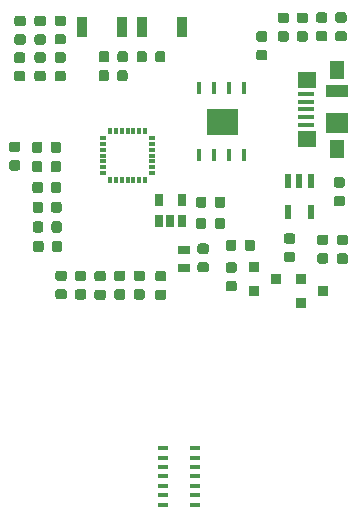
<source format=gbr>
G04 #@! TF.GenerationSoftware,KiCad,Pcbnew,(5.1.5)-3*
G04 #@! TF.CreationDate,2020-09-28T16:56:36+02:00*
G04 #@! TF.ProjectId,MAX30102_Pulse Ox,4d415833-3031-4303-925f-50756c736520,v1.4*
G04 #@! TF.SameCoordinates,Original*
G04 #@! TF.FileFunction,Paste,Top*
G04 #@! TF.FilePolarity,Positive*
%FSLAX46Y46*%
G04 Gerber Fmt 4.6, Leading zero omitted, Abs format (unit mm)*
G04 Created by KiCad (PCBNEW (5.1.5)-3) date 2020-09-28 16:56:36*
%MOMM*%
%LPD*%
G04 APERTURE LIST*
%ADD10C,0.010000*%
%ADD11C,0.100000*%
%ADD12R,1.090000X0.760000*%
%ADD13R,0.599948X0.299974*%
%ADD14R,0.299974X0.599948*%
%ADD15R,1.380000X0.450000*%
%ADD16R,1.550000X1.425000*%
%ADD17R,1.300000X1.650000*%
%ADD18R,1.900000X1.800000*%
%ADD19R,1.900000X1.000000*%
%ADD20R,0.900000X1.700000*%
%ADD21R,0.508000X1.309599*%
%ADD22R,0.662000X1.020000*%
%ADD23R,0.807999X0.305600*%
%ADD24R,0.440000X1.040000*%
%ADD25R,0.889000X0.812800*%
G04 APERTURE END LIST*
D10*
G36*
X147360000Y-86000000D02*
G01*
X147360000Y-83850000D01*
X149890000Y-83850000D01*
X149890000Y-86000000D01*
X147360000Y-86000000D01*
G37*
X147360000Y-86000000D02*
X147360000Y-83850000D01*
X149890000Y-83850000D01*
X149890000Y-86000000D01*
X147360000Y-86000000D01*
D11*
G36*
X154102691Y-77301053D02*
G01*
X154123926Y-77304203D01*
X154144750Y-77309419D01*
X154164962Y-77316651D01*
X154184368Y-77325830D01*
X154202781Y-77336866D01*
X154220024Y-77349654D01*
X154235930Y-77364070D01*
X154250346Y-77379976D01*
X154263134Y-77397219D01*
X154274170Y-77415632D01*
X154283349Y-77435038D01*
X154290581Y-77455250D01*
X154295797Y-77476074D01*
X154298947Y-77497309D01*
X154300000Y-77518750D01*
X154300000Y-77956250D01*
X154298947Y-77977691D01*
X154295797Y-77998926D01*
X154290581Y-78019750D01*
X154283349Y-78039962D01*
X154274170Y-78059368D01*
X154263134Y-78077781D01*
X154250346Y-78095024D01*
X154235930Y-78110930D01*
X154220024Y-78125346D01*
X154202781Y-78138134D01*
X154184368Y-78149170D01*
X154164962Y-78158349D01*
X154144750Y-78165581D01*
X154123926Y-78170797D01*
X154102691Y-78173947D01*
X154081250Y-78175000D01*
X153568750Y-78175000D01*
X153547309Y-78173947D01*
X153526074Y-78170797D01*
X153505250Y-78165581D01*
X153485038Y-78158349D01*
X153465632Y-78149170D01*
X153447219Y-78138134D01*
X153429976Y-78125346D01*
X153414070Y-78110930D01*
X153399654Y-78095024D01*
X153386866Y-78077781D01*
X153375830Y-78059368D01*
X153366651Y-78039962D01*
X153359419Y-78019750D01*
X153354203Y-77998926D01*
X153351053Y-77977691D01*
X153350000Y-77956250D01*
X153350000Y-77518750D01*
X153351053Y-77497309D01*
X153354203Y-77476074D01*
X153359419Y-77455250D01*
X153366651Y-77435038D01*
X153375830Y-77415632D01*
X153386866Y-77397219D01*
X153399654Y-77379976D01*
X153414070Y-77364070D01*
X153429976Y-77349654D01*
X153447219Y-77336866D01*
X153465632Y-77325830D01*
X153485038Y-77316651D01*
X153505250Y-77309419D01*
X153526074Y-77304203D01*
X153547309Y-77301053D01*
X153568750Y-77300000D01*
X154081250Y-77300000D01*
X154102691Y-77301053D01*
G37*
G36*
X154102691Y-75726053D02*
G01*
X154123926Y-75729203D01*
X154144750Y-75734419D01*
X154164962Y-75741651D01*
X154184368Y-75750830D01*
X154202781Y-75761866D01*
X154220024Y-75774654D01*
X154235930Y-75789070D01*
X154250346Y-75804976D01*
X154263134Y-75822219D01*
X154274170Y-75840632D01*
X154283349Y-75860038D01*
X154290581Y-75880250D01*
X154295797Y-75901074D01*
X154298947Y-75922309D01*
X154300000Y-75943750D01*
X154300000Y-76381250D01*
X154298947Y-76402691D01*
X154295797Y-76423926D01*
X154290581Y-76444750D01*
X154283349Y-76464962D01*
X154274170Y-76484368D01*
X154263134Y-76502781D01*
X154250346Y-76520024D01*
X154235930Y-76535930D01*
X154220024Y-76550346D01*
X154202781Y-76563134D01*
X154184368Y-76574170D01*
X154164962Y-76583349D01*
X154144750Y-76590581D01*
X154123926Y-76595797D01*
X154102691Y-76598947D01*
X154081250Y-76600000D01*
X153568750Y-76600000D01*
X153547309Y-76598947D01*
X153526074Y-76595797D01*
X153505250Y-76590581D01*
X153485038Y-76583349D01*
X153465632Y-76574170D01*
X153447219Y-76563134D01*
X153429976Y-76550346D01*
X153414070Y-76535930D01*
X153399654Y-76520024D01*
X153386866Y-76502781D01*
X153375830Y-76484368D01*
X153366651Y-76464962D01*
X153359419Y-76444750D01*
X153354203Y-76423926D01*
X153351053Y-76402691D01*
X153350000Y-76381250D01*
X153350000Y-75943750D01*
X153351053Y-75922309D01*
X153354203Y-75901074D01*
X153359419Y-75880250D01*
X153366651Y-75860038D01*
X153375830Y-75840632D01*
X153386866Y-75822219D01*
X153399654Y-75804976D01*
X153414070Y-75789070D01*
X153429976Y-75774654D01*
X153447219Y-75761866D01*
X153465632Y-75750830D01*
X153485038Y-75741651D01*
X153505250Y-75734419D01*
X153526074Y-75729203D01*
X153547309Y-75726053D01*
X153568750Y-75725000D01*
X154081250Y-75725000D01*
X154102691Y-75726053D01*
G37*
G36*
X158852691Y-91238553D02*
G01*
X158873926Y-91241703D01*
X158894750Y-91246919D01*
X158914962Y-91254151D01*
X158934368Y-91263330D01*
X158952781Y-91274366D01*
X158970024Y-91287154D01*
X158985930Y-91301570D01*
X159000346Y-91317476D01*
X159013134Y-91334719D01*
X159024170Y-91353132D01*
X159033349Y-91372538D01*
X159040581Y-91392750D01*
X159045797Y-91413574D01*
X159048947Y-91434809D01*
X159050000Y-91456250D01*
X159050000Y-91893750D01*
X159048947Y-91915191D01*
X159045797Y-91936426D01*
X159040581Y-91957250D01*
X159033349Y-91977462D01*
X159024170Y-91996868D01*
X159013134Y-92015281D01*
X159000346Y-92032524D01*
X158985930Y-92048430D01*
X158970024Y-92062846D01*
X158952781Y-92075634D01*
X158934368Y-92086670D01*
X158914962Y-92095849D01*
X158894750Y-92103081D01*
X158873926Y-92108297D01*
X158852691Y-92111447D01*
X158831250Y-92112500D01*
X158318750Y-92112500D01*
X158297309Y-92111447D01*
X158276074Y-92108297D01*
X158255250Y-92103081D01*
X158235038Y-92095849D01*
X158215632Y-92086670D01*
X158197219Y-92075634D01*
X158179976Y-92062846D01*
X158164070Y-92048430D01*
X158149654Y-92032524D01*
X158136866Y-92015281D01*
X158125830Y-91996868D01*
X158116651Y-91977462D01*
X158109419Y-91957250D01*
X158104203Y-91936426D01*
X158101053Y-91915191D01*
X158100000Y-91893750D01*
X158100000Y-91456250D01*
X158101053Y-91434809D01*
X158104203Y-91413574D01*
X158109419Y-91392750D01*
X158116651Y-91372538D01*
X158125830Y-91353132D01*
X158136866Y-91334719D01*
X158149654Y-91317476D01*
X158164070Y-91301570D01*
X158179976Y-91287154D01*
X158197219Y-91274366D01*
X158215632Y-91263330D01*
X158235038Y-91254151D01*
X158255250Y-91246919D01*
X158276074Y-91241703D01*
X158297309Y-91238553D01*
X158318750Y-91237500D01*
X158831250Y-91237500D01*
X158852691Y-91238553D01*
G37*
G36*
X158852691Y-89663553D02*
G01*
X158873926Y-89666703D01*
X158894750Y-89671919D01*
X158914962Y-89679151D01*
X158934368Y-89688330D01*
X158952781Y-89699366D01*
X158970024Y-89712154D01*
X158985930Y-89726570D01*
X159000346Y-89742476D01*
X159013134Y-89759719D01*
X159024170Y-89778132D01*
X159033349Y-89797538D01*
X159040581Y-89817750D01*
X159045797Y-89838574D01*
X159048947Y-89859809D01*
X159050000Y-89881250D01*
X159050000Y-90318750D01*
X159048947Y-90340191D01*
X159045797Y-90361426D01*
X159040581Y-90382250D01*
X159033349Y-90402462D01*
X159024170Y-90421868D01*
X159013134Y-90440281D01*
X159000346Y-90457524D01*
X158985930Y-90473430D01*
X158970024Y-90487846D01*
X158952781Y-90500634D01*
X158934368Y-90511670D01*
X158914962Y-90520849D01*
X158894750Y-90528081D01*
X158873926Y-90533297D01*
X158852691Y-90536447D01*
X158831250Y-90537500D01*
X158318750Y-90537500D01*
X158297309Y-90536447D01*
X158276074Y-90533297D01*
X158255250Y-90528081D01*
X158235038Y-90520849D01*
X158215632Y-90511670D01*
X158197219Y-90500634D01*
X158179976Y-90487846D01*
X158164070Y-90473430D01*
X158149654Y-90457524D01*
X158136866Y-90440281D01*
X158125830Y-90421868D01*
X158116651Y-90402462D01*
X158109419Y-90382250D01*
X158104203Y-90361426D01*
X158101053Y-90340191D01*
X158100000Y-90318750D01*
X158100000Y-89881250D01*
X158101053Y-89859809D01*
X158104203Y-89838574D01*
X158109419Y-89817750D01*
X158116651Y-89797538D01*
X158125830Y-89778132D01*
X158136866Y-89759719D01*
X158149654Y-89742476D01*
X158164070Y-89726570D01*
X158179976Y-89712154D01*
X158197219Y-89699366D01*
X158215632Y-89688330D01*
X158235038Y-89679151D01*
X158255250Y-89671919D01*
X158276074Y-89666703D01*
X158297309Y-89663553D01*
X158318750Y-89662500D01*
X158831250Y-89662500D01*
X158852691Y-89663553D01*
G37*
G36*
X147327691Y-96851053D02*
G01*
X147348926Y-96854203D01*
X147369750Y-96859419D01*
X147389962Y-96866651D01*
X147409368Y-96875830D01*
X147427781Y-96886866D01*
X147445024Y-96899654D01*
X147460930Y-96914070D01*
X147475346Y-96929976D01*
X147488134Y-96947219D01*
X147499170Y-96965632D01*
X147508349Y-96985038D01*
X147515581Y-97005250D01*
X147520797Y-97026074D01*
X147523947Y-97047309D01*
X147525000Y-97068750D01*
X147525000Y-97506250D01*
X147523947Y-97527691D01*
X147520797Y-97548926D01*
X147515581Y-97569750D01*
X147508349Y-97589962D01*
X147499170Y-97609368D01*
X147488134Y-97627781D01*
X147475346Y-97645024D01*
X147460930Y-97660930D01*
X147445024Y-97675346D01*
X147427781Y-97688134D01*
X147409368Y-97699170D01*
X147389962Y-97708349D01*
X147369750Y-97715581D01*
X147348926Y-97720797D01*
X147327691Y-97723947D01*
X147306250Y-97725000D01*
X146793750Y-97725000D01*
X146772309Y-97723947D01*
X146751074Y-97720797D01*
X146730250Y-97715581D01*
X146710038Y-97708349D01*
X146690632Y-97699170D01*
X146672219Y-97688134D01*
X146654976Y-97675346D01*
X146639070Y-97660930D01*
X146624654Y-97645024D01*
X146611866Y-97627781D01*
X146600830Y-97609368D01*
X146591651Y-97589962D01*
X146584419Y-97569750D01*
X146579203Y-97548926D01*
X146576053Y-97527691D01*
X146575000Y-97506250D01*
X146575000Y-97068750D01*
X146576053Y-97047309D01*
X146579203Y-97026074D01*
X146584419Y-97005250D01*
X146591651Y-96985038D01*
X146600830Y-96965632D01*
X146611866Y-96947219D01*
X146624654Y-96929976D01*
X146639070Y-96914070D01*
X146654976Y-96899654D01*
X146672219Y-96886866D01*
X146690632Y-96875830D01*
X146710038Y-96866651D01*
X146730250Y-96859419D01*
X146751074Y-96854203D01*
X146772309Y-96851053D01*
X146793750Y-96850000D01*
X147306250Y-96850000D01*
X147327691Y-96851053D01*
G37*
G36*
X147327691Y-95276053D02*
G01*
X147348926Y-95279203D01*
X147369750Y-95284419D01*
X147389962Y-95291651D01*
X147409368Y-95300830D01*
X147427781Y-95311866D01*
X147445024Y-95324654D01*
X147460930Y-95339070D01*
X147475346Y-95354976D01*
X147488134Y-95372219D01*
X147499170Y-95390632D01*
X147508349Y-95410038D01*
X147515581Y-95430250D01*
X147520797Y-95451074D01*
X147523947Y-95472309D01*
X147525000Y-95493750D01*
X147525000Y-95931250D01*
X147523947Y-95952691D01*
X147520797Y-95973926D01*
X147515581Y-95994750D01*
X147508349Y-96014962D01*
X147499170Y-96034368D01*
X147488134Y-96052781D01*
X147475346Y-96070024D01*
X147460930Y-96085930D01*
X147445024Y-96100346D01*
X147427781Y-96113134D01*
X147409368Y-96124170D01*
X147389962Y-96133349D01*
X147369750Y-96140581D01*
X147348926Y-96145797D01*
X147327691Y-96148947D01*
X147306250Y-96150000D01*
X146793750Y-96150000D01*
X146772309Y-96148947D01*
X146751074Y-96145797D01*
X146730250Y-96140581D01*
X146710038Y-96133349D01*
X146690632Y-96124170D01*
X146672219Y-96113134D01*
X146654976Y-96100346D01*
X146639070Y-96085930D01*
X146624654Y-96070024D01*
X146611866Y-96052781D01*
X146600830Y-96034368D01*
X146591651Y-96014962D01*
X146584419Y-95994750D01*
X146579203Y-95973926D01*
X146576053Y-95952691D01*
X146575000Y-95931250D01*
X146575000Y-95493750D01*
X146576053Y-95472309D01*
X146579203Y-95451074D01*
X146584419Y-95430250D01*
X146591651Y-95410038D01*
X146600830Y-95390632D01*
X146611866Y-95372219D01*
X146624654Y-95354976D01*
X146639070Y-95339070D01*
X146654976Y-95324654D01*
X146672219Y-95311866D01*
X146690632Y-95300830D01*
X146710038Y-95291651D01*
X146730250Y-95284419D01*
X146751074Y-95279203D01*
X146772309Y-95276053D01*
X146793750Y-95275000D01*
X147306250Y-95275000D01*
X147327691Y-95276053D01*
G37*
G36*
X155727691Y-75726053D02*
G01*
X155748926Y-75729203D01*
X155769750Y-75734419D01*
X155789962Y-75741651D01*
X155809368Y-75750830D01*
X155827781Y-75761866D01*
X155845024Y-75774654D01*
X155860930Y-75789070D01*
X155875346Y-75804976D01*
X155888134Y-75822219D01*
X155899170Y-75840632D01*
X155908349Y-75860038D01*
X155915581Y-75880250D01*
X155920797Y-75901074D01*
X155923947Y-75922309D01*
X155925000Y-75943750D01*
X155925000Y-76381250D01*
X155923947Y-76402691D01*
X155920797Y-76423926D01*
X155915581Y-76444750D01*
X155908349Y-76464962D01*
X155899170Y-76484368D01*
X155888134Y-76502781D01*
X155875346Y-76520024D01*
X155860930Y-76535930D01*
X155845024Y-76550346D01*
X155827781Y-76563134D01*
X155809368Y-76574170D01*
X155789962Y-76583349D01*
X155769750Y-76590581D01*
X155748926Y-76595797D01*
X155727691Y-76598947D01*
X155706250Y-76600000D01*
X155193750Y-76600000D01*
X155172309Y-76598947D01*
X155151074Y-76595797D01*
X155130250Y-76590581D01*
X155110038Y-76583349D01*
X155090632Y-76574170D01*
X155072219Y-76563134D01*
X155054976Y-76550346D01*
X155039070Y-76535930D01*
X155024654Y-76520024D01*
X155011866Y-76502781D01*
X155000830Y-76484368D01*
X154991651Y-76464962D01*
X154984419Y-76444750D01*
X154979203Y-76423926D01*
X154976053Y-76402691D01*
X154975000Y-76381250D01*
X154975000Y-75943750D01*
X154976053Y-75922309D01*
X154979203Y-75901074D01*
X154984419Y-75880250D01*
X154991651Y-75860038D01*
X155000830Y-75840632D01*
X155011866Y-75822219D01*
X155024654Y-75804976D01*
X155039070Y-75789070D01*
X155054976Y-75774654D01*
X155072219Y-75761866D01*
X155090632Y-75750830D01*
X155110038Y-75741651D01*
X155130250Y-75734419D01*
X155151074Y-75729203D01*
X155172309Y-75726053D01*
X155193750Y-75725000D01*
X155706250Y-75725000D01*
X155727691Y-75726053D01*
G37*
G36*
X155727691Y-77301053D02*
G01*
X155748926Y-77304203D01*
X155769750Y-77309419D01*
X155789962Y-77316651D01*
X155809368Y-77325830D01*
X155827781Y-77336866D01*
X155845024Y-77349654D01*
X155860930Y-77364070D01*
X155875346Y-77379976D01*
X155888134Y-77397219D01*
X155899170Y-77415632D01*
X155908349Y-77435038D01*
X155915581Y-77455250D01*
X155920797Y-77476074D01*
X155923947Y-77497309D01*
X155925000Y-77518750D01*
X155925000Y-77956250D01*
X155923947Y-77977691D01*
X155920797Y-77998926D01*
X155915581Y-78019750D01*
X155908349Y-78039962D01*
X155899170Y-78059368D01*
X155888134Y-78077781D01*
X155875346Y-78095024D01*
X155860930Y-78110930D01*
X155845024Y-78125346D01*
X155827781Y-78138134D01*
X155809368Y-78149170D01*
X155789962Y-78158349D01*
X155769750Y-78165581D01*
X155748926Y-78170797D01*
X155727691Y-78173947D01*
X155706250Y-78175000D01*
X155193750Y-78175000D01*
X155172309Y-78173947D01*
X155151074Y-78170797D01*
X155130250Y-78165581D01*
X155110038Y-78158349D01*
X155090632Y-78149170D01*
X155072219Y-78138134D01*
X155054976Y-78125346D01*
X155039070Y-78110930D01*
X155024654Y-78095024D01*
X155011866Y-78077781D01*
X155000830Y-78059368D01*
X154991651Y-78039962D01*
X154984419Y-78019750D01*
X154979203Y-77998926D01*
X154976053Y-77977691D01*
X154975000Y-77956250D01*
X154975000Y-77518750D01*
X154976053Y-77497309D01*
X154979203Y-77476074D01*
X154984419Y-77455250D01*
X154991651Y-77435038D01*
X155000830Y-77415632D01*
X155011866Y-77397219D01*
X155024654Y-77379976D01*
X155039070Y-77364070D01*
X155054976Y-77349654D01*
X155072219Y-77336866D01*
X155090632Y-77325830D01*
X155110038Y-77316651D01*
X155130250Y-77309419D01*
X155151074Y-77304203D01*
X155172309Y-77301053D01*
X155193750Y-77300000D01*
X155706250Y-77300000D01*
X155727691Y-77301053D01*
G37*
G36*
X157377691Y-75713553D02*
G01*
X157398926Y-75716703D01*
X157419750Y-75721919D01*
X157439962Y-75729151D01*
X157459368Y-75738330D01*
X157477781Y-75749366D01*
X157495024Y-75762154D01*
X157510930Y-75776570D01*
X157525346Y-75792476D01*
X157538134Y-75809719D01*
X157549170Y-75828132D01*
X157558349Y-75847538D01*
X157565581Y-75867750D01*
X157570797Y-75888574D01*
X157573947Y-75909809D01*
X157575000Y-75931250D01*
X157575000Y-76368750D01*
X157573947Y-76390191D01*
X157570797Y-76411426D01*
X157565581Y-76432250D01*
X157558349Y-76452462D01*
X157549170Y-76471868D01*
X157538134Y-76490281D01*
X157525346Y-76507524D01*
X157510930Y-76523430D01*
X157495024Y-76537846D01*
X157477781Y-76550634D01*
X157459368Y-76561670D01*
X157439962Y-76570849D01*
X157419750Y-76578081D01*
X157398926Y-76583297D01*
X157377691Y-76586447D01*
X157356250Y-76587500D01*
X156843750Y-76587500D01*
X156822309Y-76586447D01*
X156801074Y-76583297D01*
X156780250Y-76578081D01*
X156760038Y-76570849D01*
X156740632Y-76561670D01*
X156722219Y-76550634D01*
X156704976Y-76537846D01*
X156689070Y-76523430D01*
X156674654Y-76507524D01*
X156661866Y-76490281D01*
X156650830Y-76471868D01*
X156641651Y-76452462D01*
X156634419Y-76432250D01*
X156629203Y-76411426D01*
X156626053Y-76390191D01*
X156625000Y-76368750D01*
X156625000Y-75931250D01*
X156626053Y-75909809D01*
X156629203Y-75888574D01*
X156634419Y-75867750D01*
X156641651Y-75847538D01*
X156650830Y-75828132D01*
X156661866Y-75809719D01*
X156674654Y-75792476D01*
X156689070Y-75776570D01*
X156704976Y-75762154D01*
X156722219Y-75749366D01*
X156740632Y-75738330D01*
X156760038Y-75729151D01*
X156780250Y-75721919D01*
X156801074Y-75716703D01*
X156822309Y-75713553D01*
X156843750Y-75712500D01*
X157356250Y-75712500D01*
X157377691Y-75713553D01*
G37*
G36*
X157377691Y-77288553D02*
G01*
X157398926Y-77291703D01*
X157419750Y-77296919D01*
X157439962Y-77304151D01*
X157459368Y-77313330D01*
X157477781Y-77324366D01*
X157495024Y-77337154D01*
X157510930Y-77351570D01*
X157525346Y-77367476D01*
X157538134Y-77384719D01*
X157549170Y-77403132D01*
X157558349Y-77422538D01*
X157565581Y-77442750D01*
X157570797Y-77463574D01*
X157573947Y-77484809D01*
X157575000Y-77506250D01*
X157575000Y-77943750D01*
X157573947Y-77965191D01*
X157570797Y-77986426D01*
X157565581Y-78007250D01*
X157558349Y-78027462D01*
X157549170Y-78046868D01*
X157538134Y-78065281D01*
X157525346Y-78082524D01*
X157510930Y-78098430D01*
X157495024Y-78112846D01*
X157477781Y-78125634D01*
X157459368Y-78136670D01*
X157439962Y-78145849D01*
X157419750Y-78153081D01*
X157398926Y-78158297D01*
X157377691Y-78161447D01*
X157356250Y-78162500D01*
X156843750Y-78162500D01*
X156822309Y-78161447D01*
X156801074Y-78158297D01*
X156780250Y-78153081D01*
X156760038Y-78145849D01*
X156740632Y-78136670D01*
X156722219Y-78125634D01*
X156704976Y-78112846D01*
X156689070Y-78098430D01*
X156674654Y-78082524D01*
X156661866Y-78065281D01*
X156650830Y-78046868D01*
X156641651Y-78027462D01*
X156634419Y-78007250D01*
X156629203Y-77986426D01*
X156626053Y-77965191D01*
X156625000Y-77943750D01*
X156625000Y-77506250D01*
X156626053Y-77484809D01*
X156629203Y-77463574D01*
X156634419Y-77442750D01*
X156641651Y-77422538D01*
X156650830Y-77403132D01*
X156661866Y-77384719D01*
X156674654Y-77367476D01*
X156689070Y-77351570D01*
X156704976Y-77337154D01*
X156722219Y-77324366D01*
X156740632Y-77313330D01*
X156760038Y-77304151D01*
X156780250Y-77296919D01*
X156801074Y-77291703D01*
X156822309Y-77288553D01*
X156843750Y-77287500D01*
X157356250Y-77287500D01*
X157377691Y-77288553D01*
G37*
G36*
X147140191Y-91301053D02*
G01*
X147161426Y-91304203D01*
X147182250Y-91309419D01*
X147202462Y-91316651D01*
X147221868Y-91325830D01*
X147240281Y-91336866D01*
X147257524Y-91349654D01*
X147273430Y-91364070D01*
X147287846Y-91379976D01*
X147300634Y-91397219D01*
X147311670Y-91415632D01*
X147320849Y-91435038D01*
X147328081Y-91455250D01*
X147333297Y-91476074D01*
X147336447Y-91497309D01*
X147337500Y-91518750D01*
X147337500Y-92031250D01*
X147336447Y-92052691D01*
X147333297Y-92073926D01*
X147328081Y-92094750D01*
X147320849Y-92114962D01*
X147311670Y-92134368D01*
X147300634Y-92152781D01*
X147287846Y-92170024D01*
X147273430Y-92185930D01*
X147257524Y-92200346D01*
X147240281Y-92213134D01*
X147221868Y-92224170D01*
X147202462Y-92233349D01*
X147182250Y-92240581D01*
X147161426Y-92245797D01*
X147140191Y-92248947D01*
X147118750Y-92250000D01*
X146681250Y-92250000D01*
X146659809Y-92248947D01*
X146638574Y-92245797D01*
X146617750Y-92240581D01*
X146597538Y-92233349D01*
X146578132Y-92224170D01*
X146559719Y-92213134D01*
X146542476Y-92200346D01*
X146526570Y-92185930D01*
X146512154Y-92170024D01*
X146499366Y-92152781D01*
X146488330Y-92134368D01*
X146479151Y-92114962D01*
X146471919Y-92094750D01*
X146466703Y-92073926D01*
X146463553Y-92052691D01*
X146462500Y-92031250D01*
X146462500Y-91518750D01*
X146463553Y-91497309D01*
X146466703Y-91476074D01*
X146471919Y-91455250D01*
X146479151Y-91435038D01*
X146488330Y-91415632D01*
X146499366Y-91397219D01*
X146512154Y-91379976D01*
X146526570Y-91364070D01*
X146542476Y-91349654D01*
X146559719Y-91336866D01*
X146578132Y-91325830D01*
X146597538Y-91316651D01*
X146617750Y-91309419D01*
X146638574Y-91304203D01*
X146659809Y-91301053D01*
X146681250Y-91300000D01*
X147118750Y-91300000D01*
X147140191Y-91301053D01*
G37*
G36*
X148715191Y-91301053D02*
G01*
X148736426Y-91304203D01*
X148757250Y-91309419D01*
X148777462Y-91316651D01*
X148796868Y-91325830D01*
X148815281Y-91336866D01*
X148832524Y-91349654D01*
X148848430Y-91364070D01*
X148862846Y-91379976D01*
X148875634Y-91397219D01*
X148886670Y-91415632D01*
X148895849Y-91435038D01*
X148903081Y-91455250D01*
X148908297Y-91476074D01*
X148911447Y-91497309D01*
X148912500Y-91518750D01*
X148912500Y-92031250D01*
X148911447Y-92052691D01*
X148908297Y-92073926D01*
X148903081Y-92094750D01*
X148895849Y-92114962D01*
X148886670Y-92134368D01*
X148875634Y-92152781D01*
X148862846Y-92170024D01*
X148848430Y-92185930D01*
X148832524Y-92200346D01*
X148815281Y-92213134D01*
X148796868Y-92224170D01*
X148777462Y-92233349D01*
X148757250Y-92240581D01*
X148736426Y-92245797D01*
X148715191Y-92248947D01*
X148693750Y-92250000D01*
X148256250Y-92250000D01*
X148234809Y-92248947D01*
X148213574Y-92245797D01*
X148192750Y-92240581D01*
X148172538Y-92233349D01*
X148153132Y-92224170D01*
X148134719Y-92213134D01*
X148117476Y-92200346D01*
X148101570Y-92185930D01*
X148087154Y-92170024D01*
X148074366Y-92152781D01*
X148063330Y-92134368D01*
X148054151Y-92114962D01*
X148046919Y-92094750D01*
X148041703Y-92073926D01*
X148038553Y-92052691D01*
X148037500Y-92031250D01*
X148037500Y-91518750D01*
X148038553Y-91497309D01*
X148041703Y-91476074D01*
X148046919Y-91455250D01*
X148054151Y-91435038D01*
X148063330Y-91415632D01*
X148074366Y-91397219D01*
X148087154Y-91379976D01*
X148101570Y-91364070D01*
X148117476Y-91349654D01*
X148134719Y-91336866D01*
X148153132Y-91325830D01*
X148172538Y-91316651D01*
X148192750Y-91309419D01*
X148213574Y-91304203D01*
X148234809Y-91301053D01*
X148256250Y-91300000D01*
X148693750Y-91300000D01*
X148715191Y-91301053D01*
G37*
G36*
X159002691Y-77288553D02*
G01*
X159023926Y-77291703D01*
X159044750Y-77296919D01*
X159064962Y-77304151D01*
X159084368Y-77313330D01*
X159102781Y-77324366D01*
X159120024Y-77337154D01*
X159135930Y-77351570D01*
X159150346Y-77367476D01*
X159163134Y-77384719D01*
X159174170Y-77403132D01*
X159183349Y-77422538D01*
X159190581Y-77442750D01*
X159195797Y-77463574D01*
X159198947Y-77484809D01*
X159200000Y-77506250D01*
X159200000Y-77943750D01*
X159198947Y-77965191D01*
X159195797Y-77986426D01*
X159190581Y-78007250D01*
X159183349Y-78027462D01*
X159174170Y-78046868D01*
X159163134Y-78065281D01*
X159150346Y-78082524D01*
X159135930Y-78098430D01*
X159120024Y-78112846D01*
X159102781Y-78125634D01*
X159084368Y-78136670D01*
X159064962Y-78145849D01*
X159044750Y-78153081D01*
X159023926Y-78158297D01*
X159002691Y-78161447D01*
X158981250Y-78162500D01*
X158468750Y-78162500D01*
X158447309Y-78161447D01*
X158426074Y-78158297D01*
X158405250Y-78153081D01*
X158385038Y-78145849D01*
X158365632Y-78136670D01*
X158347219Y-78125634D01*
X158329976Y-78112846D01*
X158314070Y-78098430D01*
X158299654Y-78082524D01*
X158286866Y-78065281D01*
X158275830Y-78046868D01*
X158266651Y-78027462D01*
X158259419Y-78007250D01*
X158254203Y-77986426D01*
X158251053Y-77965191D01*
X158250000Y-77943750D01*
X158250000Y-77506250D01*
X158251053Y-77484809D01*
X158254203Y-77463574D01*
X158259419Y-77442750D01*
X158266651Y-77422538D01*
X158275830Y-77403132D01*
X158286866Y-77384719D01*
X158299654Y-77367476D01*
X158314070Y-77351570D01*
X158329976Y-77337154D01*
X158347219Y-77324366D01*
X158365632Y-77313330D01*
X158385038Y-77304151D01*
X158405250Y-77296919D01*
X158426074Y-77291703D01*
X158447309Y-77288553D01*
X158468750Y-77287500D01*
X158981250Y-77287500D01*
X159002691Y-77288553D01*
G37*
G36*
X159002691Y-75713553D02*
G01*
X159023926Y-75716703D01*
X159044750Y-75721919D01*
X159064962Y-75729151D01*
X159084368Y-75738330D01*
X159102781Y-75749366D01*
X159120024Y-75762154D01*
X159135930Y-75776570D01*
X159150346Y-75792476D01*
X159163134Y-75809719D01*
X159174170Y-75828132D01*
X159183349Y-75847538D01*
X159190581Y-75867750D01*
X159195797Y-75888574D01*
X159198947Y-75909809D01*
X159200000Y-75931250D01*
X159200000Y-76368750D01*
X159198947Y-76390191D01*
X159195797Y-76411426D01*
X159190581Y-76432250D01*
X159183349Y-76452462D01*
X159174170Y-76471868D01*
X159163134Y-76490281D01*
X159150346Y-76507524D01*
X159135930Y-76523430D01*
X159120024Y-76537846D01*
X159102781Y-76550634D01*
X159084368Y-76561670D01*
X159064962Y-76570849D01*
X159044750Y-76578081D01*
X159023926Y-76583297D01*
X159002691Y-76586447D01*
X158981250Y-76587500D01*
X158468750Y-76587500D01*
X158447309Y-76586447D01*
X158426074Y-76583297D01*
X158405250Y-76578081D01*
X158385038Y-76570849D01*
X158365632Y-76561670D01*
X158347219Y-76550634D01*
X158329976Y-76537846D01*
X158314070Y-76523430D01*
X158299654Y-76507524D01*
X158286866Y-76490281D01*
X158275830Y-76471868D01*
X158266651Y-76452462D01*
X158259419Y-76432250D01*
X158254203Y-76411426D01*
X158251053Y-76390191D01*
X158250000Y-76368750D01*
X158250000Y-75931250D01*
X158251053Y-75909809D01*
X158254203Y-75888574D01*
X158259419Y-75867750D01*
X158266651Y-75847538D01*
X158275830Y-75828132D01*
X158286866Y-75809719D01*
X158299654Y-75792476D01*
X158314070Y-75776570D01*
X158329976Y-75762154D01*
X158347219Y-75749366D01*
X158365632Y-75738330D01*
X158385038Y-75729151D01*
X158405250Y-75721919D01*
X158426074Y-75716703D01*
X158447309Y-75713553D01*
X158468750Y-75712500D01*
X158981250Y-75712500D01*
X159002691Y-75713553D01*
G37*
G36*
X148702691Y-93101053D02*
G01*
X148723926Y-93104203D01*
X148744750Y-93109419D01*
X148764962Y-93116651D01*
X148784368Y-93125830D01*
X148802781Y-93136866D01*
X148820024Y-93149654D01*
X148835930Y-93164070D01*
X148850346Y-93179976D01*
X148863134Y-93197219D01*
X148874170Y-93215632D01*
X148883349Y-93235038D01*
X148890581Y-93255250D01*
X148895797Y-93276074D01*
X148898947Y-93297309D01*
X148900000Y-93318750D01*
X148900000Y-93831250D01*
X148898947Y-93852691D01*
X148895797Y-93873926D01*
X148890581Y-93894750D01*
X148883349Y-93914962D01*
X148874170Y-93934368D01*
X148863134Y-93952781D01*
X148850346Y-93970024D01*
X148835930Y-93985930D01*
X148820024Y-94000346D01*
X148802781Y-94013134D01*
X148784368Y-94024170D01*
X148764962Y-94033349D01*
X148744750Y-94040581D01*
X148723926Y-94045797D01*
X148702691Y-94048947D01*
X148681250Y-94050000D01*
X148243750Y-94050000D01*
X148222309Y-94048947D01*
X148201074Y-94045797D01*
X148180250Y-94040581D01*
X148160038Y-94033349D01*
X148140632Y-94024170D01*
X148122219Y-94013134D01*
X148104976Y-94000346D01*
X148089070Y-93985930D01*
X148074654Y-93970024D01*
X148061866Y-93952781D01*
X148050830Y-93934368D01*
X148041651Y-93914962D01*
X148034419Y-93894750D01*
X148029203Y-93873926D01*
X148026053Y-93852691D01*
X148025000Y-93831250D01*
X148025000Y-93318750D01*
X148026053Y-93297309D01*
X148029203Y-93276074D01*
X148034419Y-93255250D01*
X148041651Y-93235038D01*
X148050830Y-93215632D01*
X148061866Y-93197219D01*
X148074654Y-93179976D01*
X148089070Y-93164070D01*
X148104976Y-93149654D01*
X148122219Y-93136866D01*
X148140632Y-93125830D01*
X148160038Y-93116651D01*
X148180250Y-93109419D01*
X148201074Y-93104203D01*
X148222309Y-93101053D01*
X148243750Y-93100000D01*
X148681250Y-93100000D01*
X148702691Y-93101053D01*
G37*
G36*
X147127691Y-93101053D02*
G01*
X147148926Y-93104203D01*
X147169750Y-93109419D01*
X147189962Y-93116651D01*
X147209368Y-93125830D01*
X147227781Y-93136866D01*
X147245024Y-93149654D01*
X147260930Y-93164070D01*
X147275346Y-93179976D01*
X147288134Y-93197219D01*
X147299170Y-93215632D01*
X147308349Y-93235038D01*
X147315581Y-93255250D01*
X147320797Y-93276074D01*
X147323947Y-93297309D01*
X147325000Y-93318750D01*
X147325000Y-93831250D01*
X147323947Y-93852691D01*
X147320797Y-93873926D01*
X147315581Y-93894750D01*
X147308349Y-93914962D01*
X147299170Y-93934368D01*
X147288134Y-93952781D01*
X147275346Y-93970024D01*
X147260930Y-93985930D01*
X147245024Y-94000346D01*
X147227781Y-94013134D01*
X147209368Y-94024170D01*
X147189962Y-94033349D01*
X147169750Y-94040581D01*
X147148926Y-94045797D01*
X147127691Y-94048947D01*
X147106250Y-94050000D01*
X146668750Y-94050000D01*
X146647309Y-94048947D01*
X146626074Y-94045797D01*
X146605250Y-94040581D01*
X146585038Y-94033349D01*
X146565632Y-94024170D01*
X146547219Y-94013134D01*
X146529976Y-94000346D01*
X146514070Y-93985930D01*
X146499654Y-93970024D01*
X146486866Y-93952781D01*
X146475830Y-93934368D01*
X146466651Y-93914962D01*
X146459419Y-93894750D01*
X146454203Y-93873926D01*
X146451053Y-93852691D01*
X146450000Y-93831250D01*
X146450000Y-93318750D01*
X146451053Y-93297309D01*
X146454203Y-93276074D01*
X146459419Y-93255250D01*
X146466651Y-93235038D01*
X146475830Y-93215632D01*
X146486866Y-93197219D01*
X146499654Y-93179976D01*
X146514070Y-93164070D01*
X146529976Y-93149654D01*
X146547219Y-93136866D01*
X146565632Y-93125830D01*
X146585038Y-93116651D01*
X146605250Y-93109419D01*
X146626074Y-93104203D01*
X146647309Y-93101053D01*
X146668750Y-93100000D01*
X147106250Y-93100000D01*
X147127691Y-93101053D01*
G37*
G36*
X159127691Y-94538553D02*
G01*
X159148926Y-94541703D01*
X159169750Y-94546919D01*
X159189962Y-94554151D01*
X159209368Y-94563330D01*
X159227781Y-94574366D01*
X159245024Y-94587154D01*
X159260930Y-94601570D01*
X159275346Y-94617476D01*
X159288134Y-94634719D01*
X159299170Y-94653132D01*
X159308349Y-94672538D01*
X159315581Y-94692750D01*
X159320797Y-94713574D01*
X159323947Y-94734809D01*
X159325000Y-94756250D01*
X159325000Y-95193750D01*
X159323947Y-95215191D01*
X159320797Y-95236426D01*
X159315581Y-95257250D01*
X159308349Y-95277462D01*
X159299170Y-95296868D01*
X159288134Y-95315281D01*
X159275346Y-95332524D01*
X159260930Y-95348430D01*
X159245024Y-95362846D01*
X159227781Y-95375634D01*
X159209368Y-95386670D01*
X159189962Y-95395849D01*
X159169750Y-95403081D01*
X159148926Y-95408297D01*
X159127691Y-95411447D01*
X159106250Y-95412500D01*
X158593750Y-95412500D01*
X158572309Y-95411447D01*
X158551074Y-95408297D01*
X158530250Y-95403081D01*
X158510038Y-95395849D01*
X158490632Y-95386670D01*
X158472219Y-95375634D01*
X158454976Y-95362846D01*
X158439070Y-95348430D01*
X158424654Y-95332524D01*
X158411866Y-95315281D01*
X158400830Y-95296868D01*
X158391651Y-95277462D01*
X158384419Y-95257250D01*
X158379203Y-95236426D01*
X158376053Y-95215191D01*
X158375000Y-95193750D01*
X158375000Y-94756250D01*
X158376053Y-94734809D01*
X158379203Y-94713574D01*
X158384419Y-94692750D01*
X158391651Y-94672538D01*
X158400830Y-94653132D01*
X158411866Y-94634719D01*
X158424654Y-94617476D01*
X158439070Y-94601570D01*
X158454976Y-94587154D01*
X158472219Y-94574366D01*
X158490632Y-94563330D01*
X158510038Y-94554151D01*
X158530250Y-94546919D01*
X158551074Y-94541703D01*
X158572309Y-94538553D01*
X158593750Y-94537500D01*
X159106250Y-94537500D01*
X159127691Y-94538553D01*
G37*
G36*
X159127691Y-96113553D02*
G01*
X159148926Y-96116703D01*
X159169750Y-96121919D01*
X159189962Y-96129151D01*
X159209368Y-96138330D01*
X159227781Y-96149366D01*
X159245024Y-96162154D01*
X159260930Y-96176570D01*
X159275346Y-96192476D01*
X159288134Y-96209719D01*
X159299170Y-96228132D01*
X159308349Y-96247538D01*
X159315581Y-96267750D01*
X159320797Y-96288574D01*
X159323947Y-96309809D01*
X159325000Y-96331250D01*
X159325000Y-96768750D01*
X159323947Y-96790191D01*
X159320797Y-96811426D01*
X159315581Y-96832250D01*
X159308349Y-96852462D01*
X159299170Y-96871868D01*
X159288134Y-96890281D01*
X159275346Y-96907524D01*
X159260930Y-96923430D01*
X159245024Y-96937846D01*
X159227781Y-96950634D01*
X159209368Y-96961670D01*
X159189962Y-96970849D01*
X159169750Y-96978081D01*
X159148926Y-96983297D01*
X159127691Y-96986447D01*
X159106250Y-96987500D01*
X158593750Y-96987500D01*
X158572309Y-96986447D01*
X158551074Y-96983297D01*
X158530250Y-96978081D01*
X158510038Y-96970849D01*
X158490632Y-96961670D01*
X158472219Y-96950634D01*
X158454976Y-96937846D01*
X158439070Y-96923430D01*
X158424654Y-96907524D01*
X158411866Y-96890281D01*
X158400830Y-96871868D01*
X158391651Y-96852462D01*
X158384419Y-96832250D01*
X158379203Y-96811426D01*
X158376053Y-96790191D01*
X158375000Y-96768750D01*
X158375000Y-96331250D01*
X158376053Y-96309809D01*
X158379203Y-96288574D01*
X158384419Y-96267750D01*
X158391651Y-96247538D01*
X158400830Y-96228132D01*
X158411866Y-96209719D01*
X158424654Y-96192476D01*
X158439070Y-96176570D01*
X158454976Y-96162154D01*
X158472219Y-96149366D01*
X158490632Y-96138330D01*
X158510038Y-96129151D01*
X158530250Y-96121919D01*
X158551074Y-96116703D01*
X158572309Y-96113553D01*
X158593750Y-96112500D01*
X159106250Y-96112500D01*
X159127691Y-96113553D01*
G37*
G36*
X131827691Y-76001053D02*
G01*
X131848926Y-76004203D01*
X131869750Y-76009419D01*
X131889962Y-76016651D01*
X131909368Y-76025830D01*
X131927781Y-76036866D01*
X131945024Y-76049654D01*
X131960930Y-76064070D01*
X131975346Y-76079976D01*
X131988134Y-76097219D01*
X131999170Y-76115632D01*
X132008349Y-76135038D01*
X132015581Y-76155250D01*
X132020797Y-76176074D01*
X132023947Y-76197309D01*
X132025000Y-76218750D01*
X132025000Y-76656250D01*
X132023947Y-76677691D01*
X132020797Y-76698926D01*
X132015581Y-76719750D01*
X132008349Y-76739962D01*
X131999170Y-76759368D01*
X131988134Y-76777781D01*
X131975346Y-76795024D01*
X131960930Y-76810930D01*
X131945024Y-76825346D01*
X131927781Y-76838134D01*
X131909368Y-76849170D01*
X131889962Y-76858349D01*
X131869750Y-76865581D01*
X131848926Y-76870797D01*
X131827691Y-76873947D01*
X131806250Y-76875000D01*
X131293750Y-76875000D01*
X131272309Y-76873947D01*
X131251074Y-76870797D01*
X131230250Y-76865581D01*
X131210038Y-76858349D01*
X131190632Y-76849170D01*
X131172219Y-76838134D01*
X131154976Y-76825346D01*
X131139070Y-76810930D01*
X131124654Y-76795024D01*
X131111866Y-76777781D01*
X131100830Y-76759368D01*
X131091651Y-76739962D01*
X131084419Y-76719750D01*
X131079203Y-76698926D01*
X131076053Y-76677691D01*
X131075000Y-76656250D01*
X131075000Y-76218750D01*
X131076053Y-76197309D01*
X131079203Y-76176074D01*
X131084419Y-76155250D01*
X131091651Y-76135038D01*
X131100830Y-76115632D01*
X131111866Y-76097219D01*
X131124654Y-76079976D01*
X131139070Y-76064070D01*
X131154976Y-76049654D01*
X131172219Y-76036866D01*
X131190632Y-76025830D01*
X131210038Y-76016651D01*
X131230250Y-76009419D01*
X131251074Y-76004203D01*
X131272309Y-76001053D01*
X131293750Y-76000000D01*
X131806250Y-76000000D01*
X131827691Y-76001053D01*
G37*
G36*
X131827691Y-77576053D02*
G01*
X131848926Y-77579203D01*
X131869750Y-77584419D01*
X131889962Y-77591651D01*
X131909368Y-77600830D01*
X131927781Y-77611866D01*
X131945024Y-77624654D01*
X131960930Y-77639070D01*
X131975346Y-77654976D01*
X131988134Y-77672219D01*
X131999170Y-77690632D01*
X132008349Y-77710038D01*
X132015581Y-77730250D01*
X132020797Y-77751074D01*
X132023947Y-77772309D01*
X132025000Y-77793750D01*
X132025000Y-78231250D01*
X132023947Y-78252691D01*
X132020797Y-78273926D01*
X132015581Y-78294750D01*
X132008349Y-78314962D01*
X131999170Y-78334368D01*
X131988134Y-78352781D01*
X131975346Y-78370024D01*
X131960930Y-78385930D01*
X131945024Y-78400346D01*
X131927781Y-78413134D01*
X131909368Y-78424170D01*
X131889962Y-78433349D01*
X131869750Y-78440581D01*
X131848926Y-78445797D01*
X131827691Y-78448947D01*
X131806250Y-78450000D01*
X131293750Y-78450000D01*
X131272309Y-78448947D01*
X131251074Y-78445797D01*
X131230250Y-78440581D01*
X131210038Y-78433349D01*
X131190632Y-78424170D01*
X131172219Y-78413134D01*
X131154976Y-78400346D01*
X131139070Y-78385930D01*
X131124654Y-78370024D01*
X131111866Y-78352781D01*
X131100830Y-78334368D01*
X131091651Y-78314962D01*
X131084419Y-78294750D01*
X131079203Y-78273926D01*
X131076053Y-78252691D01*
X131075000Y-78231250D01*
X131075000Y-77793750D01*
X131076053Y-77772309D01*
X131079203Y-77751074D01*
X131084419Y-77730250D01*
X131091651Y-77710038D01*
X131100830Y-77690632D01*
X131111866Y-77672219D01*
X131124654Y-77654976D01*
X131139070Y-77639070D01*
X131154976Y-77624654D01*
X131172219Y-77611866D01*
X131190632Y-77600830D01*
X131210038Y-77591651D01*
X131230250Y-77584419D01*
X131251074Y-77579203D01*
X131272309Y-77576053D01*
X131293750Y-77575000D01*
X131806250Y-77575000D01*
X131827691Y-77576053D01*
G37*
G36*
X133527691Y-77576053D02*
G01*
X133548926Y-77579203D01*
X133569750Y-77584419D01*
X133589962Y-77591651D01*
X133609368Y-77600830D01*
X133627781Y-77611866D01*
X133645024Y-77624654D01*
X133660930Y-77639070D01*
X133675346Y-77654976D01*
X133688134Y-77672219D01*
X133699170Y-77690632D01*
X133708349Y-77710038D01*
X133715581Y-77730250D01*
X133720797Y-77751074D01*
X133723947Y-77772309D01*
X133725000Y-77793750D01*
X133725000Y-78231250D01*
X133723947Y-78252691D01*
X133720797Y-78273926D01*
X133715581Y-78294750D01*
X133708349Y-78314962D01*
X133699170Y-78334368D01*
X133688134Y-78352781D01*
X133675346Y-78370024D01*
X133660930Y-78385930D01*
X133645024Y-78400346D01*
X133627781Y-78413134D01*
X133609368Y-78424170D01*
X133589962Y-78433349D01*
X133569750Y-78440581D01*
X133548926Y-78445797D01*
X133527691Y-78448947D01*
X133506250Y-78450000D01*
X132993750Y-78450000D01*
X132972309Y-78448947D01*
X132951074Y-78445797D01*
X132930250Y-78440581D01*
X132910038Y-78433349D01*
X132890632Y-78424170D01*
X132872219Y-78413134D01*
X132854976Y-78400346D01*
X132839070Y-78385930D01*
X132824654Y-78370024D01*
X132811866Y-78352781D01*
X132800830Y-78334368D01*
X132791651Y-78314962D01*
X132784419Y-78294750D01*
X132779203Y-78273926D01*
X132776053Y-78252691D01*
X132775000Y-78231250D01*
X132775000Y-77793750D01*
X132776053Y-77772309D01*
X132779203Y-77751074D01*
X132784419Y-77730250D01*
X132791651Y-77710038D01*
X132800830Y-77690632D01*
X132811866Y-77672219D01*
X132824654Y-77654976D01*
X132839070Y-77639070D01*
X132854976Y-77624654D01*
X132872219Y-77611866D01*
X132890632Y-77600830D01*
X132910038Y-77591651D01*
X132930250Y-77584419D01*
X132951074Y-77579203D01*
X132972309Y-77576053D01*
X132993750Y-77575000D01*
X133506250Y-77575000D01*
X133527691Y-77576053D01*
G37*
G36*
X133527691Y-76001053D02*
G01*
X133548926Y-76004203D01*
X133569750Y-76009419D01*
X133589962Y-76016651D01*
X133609368Y-76025830D01*
X133627781Y-76036866D01*
X133645024Y-76049654D01*
X133660930Y-76064070D01*
X133675346Y-76079976D01*
X133688134Y-76097219D01*
X133699170Y-76115632D01*
X133708349Y-76135038D01*
X133715581Y-76155250D01*
X133720797Y-76176074D01*
X133723947Y-76197309D01*
X133725000Y-76218750D01*
X133725000Y-76656250D01*
X133723947Y-76677691D01*
X133720797Y-76698926D01*
X133715581Y-76719750D01*
X133708349Y-76739962D01*
X133699170Y-76759368D01*
X133688134Y-76777781D01*
X133675346Y-76795024D01*
X133660930Y-76810930D01*
X133645024Y-76825346D01*
X133627781Y-76838134D01*
X133609368Y-76849170D01*
X133589962Y-76858349D01*
X133569750Y-76865581D01*
X133548926Y-76870797D01*
X133527691Y-76873947D01*
X133506250Y-76875000D01*
X132993750Y-76875000D01*
X132972309Y-76873947D01*
X132951074Y-76870797D01*
X132930250Y-76865581D01*
X132910038Y-76858349D01*
X132890632Y-76849170D01*
X132872219Y-76838134D01*
X132854976Y-76825346D01*
X132839070Y-76810930D01*
X132824654Y-76795024D01*
X132811866Y-76777781D01*
X132800830Y-76759368D01*
X132791651Y-76739962D01*
X132784419Y-76719750D01*
X132779203Y-76698926D01*
X132776053Y-76677691D01*
X132775000Y-76656250D01*
X132775000Y-76218750D01*
X132776053Y-76197309D01*
X132779203Y-76176074D01*
X132784419Y-76155250D01*
X132791651Y-76135038D01*
X132800830Y-76115632D01*
X132811866Y-76097219D01*
X132824654Y-76079976D01*
X132839070Y-76064070D01*
X132854976Y-76049654D01*
X132872219Y-76036866D01*
X132890632Y-76025830D01*
X132910038Y-76016651D01*
X132930250Y-76009419D01*
X132951074Y-76004203D01*
X132972309Y-76001053D01*
X132993750Y-76000000D01*
X133506250Y-76000000D01*
X133527691Y-76001053D01*
G37*
G36*
X135227691Y-75976053D02*
G01*
X135248926Y-75979203D01*
X135269750Y-75984419D01*
X135289962Y-75991651D01*
X135309368Y-76000830D01*
X135327781Y-76011866D01*
X135345024Y-76024654D01*
X135360930Y-76039070D01*
X135375346Y-76054976D01*
X135388134Y-76072219D01*
X135399170Y-76090632D01*
X135408349Y-76110038D01*
X135415581Y-76130250D01*
X135420797Y-76151074D01*
X135423947Y-76172309D01*
X135425000Y-76193750D01*
X135425000Y-76631250D01*
X135423947Y-76652691D01*
X135420797Y-76673926D01*
X135415581Y-76694750D01*
X135408349Y-76714962D01*
X135399170Y-76734368D01*
X135388134Y-76752781D01*
X135375346Y-76770024D01*
X135360930Y-76785930D01*
X135345024Y-76800346D01*
X135327781Y-76813134D01*
X135309368Y-76824170D01*
X135289962Y-76833349D01*
X135269750Y-76840581D01*
X135248926Y-76845797D01*
X135227691Y-76848947D01*
X135206250Y-76850000D01*
X134693750Y-76850000D01*
X134672309Y-76848947D01*
X134651074Y-76845797D01*
X134630250Y-76840581D01*
X134610038Y-76833349D01*
X134590632Y-76824170D01*
X134572219Y-76813134D01*
X134554976Y-76800346D01*
X134539070Y-76785930D01*
X134524654Y-76770024D01*
X134511866Y-76752781D01*
X134500830Y-76734368D01*
X134491651Y-76714962D01*
X134484419Y-76694750D01*
X134479203Y-76673926D01*
X134476053Y-76652691D01*
X134475000Y-76631250D01*
X134475000Y-76193750D01*
X134476053Y-76172309D01*
X134479203Y-76151074D01*
X134484419Y-76130250D01*
X134491651Y-76110038D01*
X134500830Y-76090632D01*
X134511866Y-76072219D01*
X134524654Y-76054976D01*
X134539070Y-76039070D01*
X134554976Y-76024654D01*
X134572219Y-76011866D01*
X134590632Y-76000830D01*
X134610038Y-75991651D01*
X134630250Y-75984419D01*
X134651074Y-75979203D01*
X134672309Y-75976053D01*
X134693750Y-75975000D01*
X135206250Y-75975000D01*
X135227691Y-75976053D01*
G37*
G36*
X135227691Y-77551053D02*
G01*
X135248926Y-77554203D01*
X135269750Y-77559419D01*
X135289962Y-77566651D01*
X135309368Y-77575830D01*
X135327781Y-77586866D01*
X135345024Y-77599654D01*
X135360930Y-77614070D01*
X135375346Y-77629976D01*
X135388134Y-77647219D01*
X135399170Y-77665632D01*
X135408349Y-77685038D01*
X135415581Y-77705250D01*
X135420797Y-77726074D01*
X135423947Y-77747309D01*
X135425000Y-77768750D01*
X135425000Y-78206250D01*
X135423947Y-78227691D01*
X135420797Y-78248926D01*
X135415581Y-78269750D01*
X135408349Y-78289962D01*
X135399170Y-78309368D01*
X135388134Y-78327781D01*
X135375346Y-78345024D01*
X135360930Y-78360930D01*
X135345024Y-78375346D01*
X135327781Y-78388134D01*
X135309368Y-78399170D01*
X135289962Y-78408349D01*
X135269750Y-78415581D01*
X135248926Y-78420797D01*
X135227691Y-78423947D01*
X135206250Y-78425000D01*
X134693750Y-78425000D01*
X134672309Y-78423947D01*
X134651074Y-78420797D01*
X134630250Y-78415581D01*
X134610038Y-78408349D01*
X134590632Y-78399170D01*
X134572219Y-78388134D01*
X134554976Y-78375346D01*
X134539070Y-78360930D01*
X134524654Y-78345024D01*
X134511866Y-78327781D01*
X134500830Y-78309368D01*
X134491651Y-78289962D01*
X134484419Y-78269750D01*
X134479203Y-78248926D01*
X134476053Y-78227691D01*
X134475000Y-78206250D01*
X134475000Y-77768750D01*
X134476053Y-77747309D01*
X134479203Y-77726074D01*
X134484419Y-77705250D01*
X134491651Y-77685038D01*
X134500830Y-77665632D01*
X134511866Y-77647219D01*
X134524654Y-77629976D01*
X134539070Y-77614070D01*
X134554976Y-77599654D01*
X134572219Y-77586866D01*
X134590632Y-77575830D01*
X134610038Y-77566651D01*
X134630250Y-77559419D01*
X134651074Y-77554203D01*
X134672309Y-77551053D01*
X134693750Y-77550000D01*
X135206250Y-77550000D01*
X135227691Y-77551053D01*
G37*
D12*
X145450000Y-95800000D03*
X145450000Y-97320000D03*
D13*
X142694700Y-89326140D03*
X142694700Y-88825760D03*
X142694700Y-88325380D03*
X142694700Y-87825000D03*
X142694700Y-87324620D03*
X142694700Y-86824240D03*
X142694700Y-86323860D03*
D14*
X142151140Y-85780300D03*
X141650760Y-85780300D03*
X141150380Y-85780300D03*
X140650000Y-85780300D03*
X140149620Y-85780300D03*
X139649240Y-85780300D03*
X139148860Y-85780300D03*
D13*
X138605300Y-86323860D03*
X138605300Y-86824240D03*
X138605300Y-87324620D03*
X138605300Y-87825000D03*
X138605300Y-88325380D03*
X138605300Y-88825760D03*
X138605300Y-89326140D03*
D14*
X139148860Y-89869700D03*
X139649240Y-89869700D03*
X140149620Y-89869700D03*
X140650000Y-89869700D03*
X141150380Y-89869700D03*
X141650760Y-89869700D03*
X142151140Y-89869700D03*
D15*
X155740000Y-85225000D03*
X155740000Y-84575000D03*
X155740000Y-83925000D03*
X155740000Y-83275000D03*
X155740000Y-82625000D03*
D16*
X155825000Y-86412500D03*
X155825000Y-81437500D03*
D17*
X158400000Y-87300000D03*
X158400000Y-80550000D03*
D18*
X158400000Y-85075000D03*
D19*
X158400000Y-82375000D03*
D11*
G36*
X140277691Y-97576053D02*
G01*
X140298926Y-97579203D01*
X140319750Y-97584419D01*
X140339962Y-97591651D01*
X140359368Y-97600830D01*
X140377781Y-97611866D01*
X140395024Y-97624654D01*
X140410930Y-97639070D01*
X140425346Y-97654976D01*
X140438134Y-97672219D01*
X140449170Y-97690632D01*
X140458349Y-97710038D01*
X140465581Y-97730250D01*
X140470797Y-97751074D01*
X140473947Y-97772309D01*
X140475000Y-97793750D01*
X140475000Y-98231250D01*
X140473947Y-98252691D01*
X140470797Y-98273926D01*
X140465581Y-98294750D01*
X140458349Y-98314962D01*
X140449170Y-98334368D01*
X140438134Y-98352781D01*
X140425346Y-98370024D01*
X140410930Y-98385930D01*
X140395024Y-98400346D01*
X140377781Y-98413134D01*
X140359368Y-98424170D01*
X140339962Y-98433349D01*
X140319750Y-98440581D01*
X140298926Y-98445797D01*
X140277691Y-98448947D01*
X140256250Y-98450000D01*
X139743750Y-98450000D01*
X139722309Y-98448947D01*
X139701074Y-98445797D01*
X139680250Y-98440581D01*
X139660038Y-98433349D01*
X139640632Y-98424170D01*
X139622219Y-98413134D01*
X139604976Y-98400346D01*
X139589070Y-98385930D01*
X139574654Y-98370024D01*
X139561866Y-98352781D01*
X139550830Y-98334368D01*
X139541651Y-98314962D01*
X139534419Y-98294750D01*
X139529203Y-98273926D01*
X139526053Y-98252691D01*
X139525000Y-98231250D01*
X139525000Y-97793750D01*
X139526053Y-97772309D01*
X139529203Y-97751074D01*
X139534419Y-97730250D01*
X139541651Y-97710038D01*
X139550830Y-97690632D01*
X139561866Y-97672219D01*
X139574654Y-97654976D01*
X139589070Y-97639070D01*
X139604976Y-97624654D01*
X139622219Y-97611866D01*
X139640632Y-97600830D01*
X139660038Y-97591651D01*
X139680250Y-97584419D01*
X139701074Y-97579203D01*
X139722309Y-97576053D01*
X139743750Y-97575000D01*
X140256250Y-97575000D01*
X140277691Y-97576053D01*
G37*
G36*
X140277691Y-99151053D02*
G01*
X140298926Y-99154203D01*
X140319750Y-99159419D01*
X140339962Y-99166651D01*
X140359368Y-99175830D01*
X140377781Y-99186866D01*
X140395024Y-99199654D01*
X140410930Y-99214070D01*
X140425346Y-99229976D01*
X140438134Y-99247219D01*
X140449170Y-99265632D01*
X140458349Y-99285038D01*
X140465581Y-99305250D01*
X140470797Y-99326074D01*
X140473947Y-99347309D01*
X140475000Y-99368750D01*
X140475000Y-99806250D01*
X140473947Y-99827691D01*
X140470797Y-99848926D01*
X140465581Y-99869750D01*
X140458349Y-99889962D01*
X140449170Y-99909368D01*
X140438134Y-99927781D01*
X140425346Y-99945024D01*
X140410930Y-99960930D01*
X140395024Y-99975346D01*
X140377781Y-99988134D01*
X140359368Y-99999170D01*
X140339962Y-100008349D01*
X140319750Y-100015581D01*
X140298926Y-100020797D01*
X140277691Y-100023947D01*
X140256250Y-100025000D01*
X139743750Y-100025000D01*
X139722309Y-100023947D01*
X139701074Y-100020797D01*
X139680250Y-100015581D01*
X139660038Y-100008349D01*
X139640632Y-99999170D01*
X139622219Y-99988134D01*
X139604976Y-99975346D01*
X139589070Y-99960930D01*
X139574654Y-99945024D01*
X139561866Y-99927781D01*
X139550830Y-99909368D01*
X139541651Y-99889962D01*
X139534419Y-99869750D01*
X139529203Y-99848926D01*
X139526053Y-99827691D01*
X139525000Y-99806250D01*
X139525000Y-99368750D01*
X139526053Y-99347309D01*
X139529203Y-99326074D01*
X139534419Y-99305250D01*
X139541651Y-99285038D01*
X139550830Y-99265632D01*
X139561866Y-99247219D01*
X139574654Y-99229976D01*
X139589070Y-99214070D01*
X139604976Y-99199654D01*
X139622219Y-99186866D01*
X139640632Y-99175830D01*
X139660038Y-99166651D01*
X139680250Y-99159419D01*
X139701074Y-99154203D01*
X139722309Y-99151053D01*
X139743750Y-99150000D01*
X140256250Y-99150000D01*
X140277691Y-99151053D01*
G37*
G36*
X136952691Y-99151053D02*
G01*
X136973926Y-99154203D01*
X136994750Y-99159419D01*
X137014962Y-99166651D01*
X137034368Y-99175830D01*
X137052781Y-99186866D01*
X137070024Y-99199654D01*
X137085930Y-99214070D01*
X137100346Y-99229976D01*
X137113134Y-99247219D01*
X137124170Y-99265632D01*
X137133349Y-99285038D01*
X137140581Y-99305250D01*
X137145797Y-99326074D01*
X137148947Y-99347309D01*
X137150000Y-99368750D01*
X137150000Y-99806250D01*
X137148947Y-99827691D01*
X137145797Y-99848926D01*
X137140581Y-99869750D01*
X137133349Y-99889962D01*
X137124170Y-99909368D01*
X137113134Y-99927781D01*
X137100346Y-99945024D01*
X137085930Y-99960930D01*
X137070024Y-99975346D01*
X137052781Y-99988134D01*
X137034368Y-99999170D01*
X137014962Y-100008349D01*
X136994750Y-100015581D01*
X136973926Y-100020797D01*
X136952691Y-100023947D01*
X136931250Y-100025000D01*
X136418750Y-100025000D01*
X136397309Y-100023947D01*
X136376074Y-100020797D01*
X136355250Y-100015581D01*
X136335038Y-100008349D01*
X136315632Y-99999170D01*
X136297219Y-99988134D01*
X136279976Y-99975346D01*
X136264070Y-99960930D01*
X136249654Y-99945024D01*
X136236866Y-99927781D01*
X136225830Y-99909368D01*
X136216651Y-99889962D01*
X136209419Y-99869750D01*
X136204203Y-99848926D01*
X136201053Y-99827691D01*
X136200000Y-99806250D01*
X136200000Y-99368750D01*
X136201053Y-99347309D01*
X136204203Y-99326074D01*
X136209419Y-99305250D01*
X136216651Y-99285038D01*
X136225830Y-99265632D01*
X136236866Y-99247219D01*
X136249654Y-99229976D01*
X136264070Y-99214070D01*
X136279976Y-99199654D01*
X136297219Y-99186866D01*
X136315632Y-99175830D01*
X136335038Y-99166651D01*
X136355250Y-99159419D01*
X136376074Y-99154203D01*
X136397309Y-99151053D01*
X136418750Y-99150000D01*
X136931250Y-99150000D01*
X136952691Y-99151053D01*
G37*
G36*
X136952691Y-97576053D02*
G01*
X136973926Y-97579203D01*
X136994750Y-97584419D01*
X137014962Y-97591651D01*
X137034368Y-97600830D01*
X137052781Y-97611866D01*
X137070024Y-97624654D01*
X137085930Y-97639070D01*
X137100346Y-97654976D01*
X137113134Y-97672219D01*
X137124170Y-97690632D01*
X137133349Y-97710038D01*
X137140581Y-97730250D01*
X137145797Y-97751074D01*
X137148947Y-97772309D01*
X137150000Y-97793750D01*
X137150000Y-98231250D01*
X137148947Y-98252691D01*
X137145797Y-98273926D01*
X137140581Y-98294750D01*
X137133349Y-98314962D01*
X137124170Y-98334368D01*
X137113134Y-98352781D01*
X137100346Y-98370024D01*
X137085930Y-98385930D01*
X137070024Y-98400346D01*
X137052781Y-98413134D01*
X137034368Y-98424170D01*
X137014962Y-98433349D01*
X136994750Y-98440581D01*
X136973926Y-98445797D01*
X136952691Y-98448947D01*
X136931250Y-98450000D01*
X136418750Y-98450000D01*
X136397309Y-98448947D01*
X136376074Y-98445797D01*
X136355250Y-98440581D01*
X136335038Y-98433349D01*
X136315632Y-98424170D01*
X136297219Y-98413134D01*
X136279976Y-98400346D01*
X136264070Y-98385930D01*
X136249654Y-98370024D01*
X136236866Y-98352781D01*
X136225830Y-98334368D01*
X136216651Y-98314962D01*
X136209419Y-98294750D01*
X136204203Y-98273926D01*
X136201053Y-98252691D01*
X136200000Y-98231250D01*
X136200000Y-97793750D01*
X136201053Y-97772309D01*
X136204203Y-97751074D01*
X136209419Y-97730250D01*
X136216651Y-97710038D01*
X136225830Y-97690632D01*
X136236866Y-97672219D01*
X136249654Y-97654976D01*
X136264070Y-97639070D01*
X136279976Y-97624654D01*
X136297219Y-97611866D01*
X136315632Y-97600830D01*
X136335038Y-97591651D01*
X136355250Y-97584419D01*
X136376074Y-97579203D01*
X136397309Y-97576053D01*
X136418750Y-97575000D01*
X136931250Y-97575000D01*
X136952691Y-97576053D01*
G37*
G36*
X157452691Y-94526053D02*
G01*
X157473926Y-94529203D01*
X157494750Y-94534419D01*
X157514962Y-94541651D01*
X157534368Y-94550830D01*
X157552781Y-94561866D01*
X157570024Y-94574654D01*
X157585930Y-94589070D01*
X157600346Y-94604976D01*
X157613134Y-94622219D01*
X157624170Y-94640632D01*
X157633349Y-94660038D01*
X157640581Y-94680250D01*
X157645797Y-94701074D01*
X157648947Y-94722309D01*
X157650000Y-94743750D01*
X157650000Y-95181250D01*
X157648947Y-95202691D01*
X157645797Y-95223926D01*
X157640581Y-95244750D01*
X157633349Y-95264962D01*
X157624170Y-95284368D01*
X157613134Y-95302781D01*
X157600346Y-95320024D01*
X157585930Y-95335930D01*
X157570024Y-95350346D01*
X157552781Y-95363134D01*
X157534368Y-95374170D01*
X157514962Y-95383349D01*
X157494750Y-95390581D01*
X157473926Y-95395797D01*
X157452691Y-95398947D01*
X157431250Y-95400000D01*
X156918750Y-95400000D01*
X156897309Y-95398947D01*
X156876074Y-95395797D01*
X156855250Y-95390581D01*
X156835038Y-95383349D01*
X156815632Y-95374170D01*
X156797219Y-95363134D01*
X156779976Y-95350346D01*
X156764070Y-95335930D01*
X156749654Y-95320024D01*
X156736866Y-95302781D01*
X156725830Y-95284368D01*
X156716651Y-95264962D01*
X156709419Y-95244750D01*
X156704203Y-95223926D01*
X156701053Y-95202691D01*
X156700000Y-95181250D01*
X156700000Y-94743750D01*
X156701053Y-94722309D01*
X156704203Y-94701074D01*
X156709419Y-94680250D01*
X156716651Y-94660038D01*
X156725830Y-94640632D01*
X156736866Y-94622219D01*
X156749654Y-94604976D01*
X156764070Y-94589070D01*
X156779976Y-94574654D01*
X156797219Y-94561866D01*
X156815632Y-94550830D01*
X156835038Y-94541651D01*
X156855250Y-94534419D01*
X156876074Y-94529203D01*
X156897309Y-94526053D01*
X156918750Y-94525000D01*
X157431250Y-94525000D01*
X157452691Y-94526053D01*
G37*
G36*
X157452691Y-96101053D02*
G01*
X157473926Y-96104203D01*
X157494750Y-96109419D01*
X157514962Y-96116651D01*
X157534368Y-96125830D01*
X157552781Y-96136866D01*
X157570024Y-96149654D01*
X157585930Y-96164070D01*
X157600346Y-96179976D01*
X157613134Y-96197219D01*
X157624170Y-96215632D01*
X157633349Y-96235038D01*
X157640581Y-96255250D01*
X157645797Y-96276074D01*
X157648947Y-96297309D01*
X157650000Y-96318750D01*
X157650000Y-96756250D01*
X157648947Y-96777691D01*
X157645797Y-96798926D01*
X157640581Y-96819750D01*
X157633349Y-96839962D01*
X157624170Y-96859368D01*
X157613134Y-96877781D01*
X157600346Y-96895024D01*
X157585930Y-96910930D01*
X157570024Y-96925346D01*
X157552781Y-96938134D01*
X157534368Y-96949170D01*
X157514962Y-96958349D01*
X157494750Y-96965581D01*
X157473926Y-96970797D01*
X157452691Y-96973947D01*
X157431250Y-96975000D01*
X156918750Y-96975000D01*
X156897309Y-96973947D01*
X156876074Y-96970797D01*
X156855250Y-96965581D01*
X156835038Y-96958349D01*
X156815632Y-96949170D01*
X156797219Y-96938134D01*
X156779976Y-96925346D01*
X156764070Y-96910930D01*
X156749654Y-96895024D01*
X156736866Y-96877781D01*
X156725830Y-96859368D01*
X156716651Y-96839962D01*
X156709419Y-96819750D01*
X156704203Y-96798926D01*
X156701053Y-96777691D01*
X156700000Y-96756250D01*
X156700000Y-96318750D01*
X156701053Y-96297309D01*
X156704203Y-96276074D01*
X156709419Y-96255250D01*
X156716651Y-96235038D01*
X156725830Y-96215632D01*
X156736866Y-96197219D01*
X156749654Y-96179976D01*
X156764070Y-96164070D01*
X156779976Y-96149654D01*
X156797219Y-96136866D01*
X156815632Y-96125830D01*
X156835038Y-96116651D01*
X156855250Y-96109419D01*
X156876074Y-96104203D01*
X156897309Y-96101053D01*
X156918750Y-96100000D01*
X157431250Y-96100000D01*
X157452691Y-96101053D01*
G37*
G36*
X135302691Y-97563553D02*
G01*
X135323926Y-97566703D01*
X135344750Y-97571919D01*
X135364962Y-97579151D01*
X135384368Y-97588330D01*
X135402781Y-97599366D01*
X135420024Y-97612154D01*
X135435930Y-97626570D01*
X135450346Y-97642476D01*
X135463134Y-97659719D01*
X135474170Y-97678132D01*
X135483349Y-97697538D01*
X135490581Y-97717750D01*
X135495797Y-97738574D01*
X135498947Y-97759809D01*
X135500000Y-97781250D01*
X135500000Y-98218750D01*
X135498947Y-98240191D01*
X135495797Y-98261426D01*
X135490581Y-98282250D01*
X135483349Y-98302462D01*
X135474170Y-98321868D01*
X135463134Y-98340281D01*
X135450346Y-98357524D01*
X135435930Y-98373430D01*
X135420024Y-98387846D01*
X135402781Y-98400634D01*
X135384368Y-98411670D01*
X135364962Y-98420849D01*
X135344750Y-98428081D01*
X135323926Y-98433297D01*
X135302691Y-98436447D01*
X135281250Y-98437500D01*
X134768750Y-98437500D01*
X134747309Y-98436447D01*
X134726074Y-98433297D01*
X134705250Y-98428081D01*
X134685038Y-98420849D01*
X134665632Y-98411670D01*
X134647219Y-98400634D01*
X134629976Y-98387846D01*
X134614070Y-98373430D01*
X134599654Y-98357524D01*
X134586866Y-98340281D01*
X134575830Y-98321868D01*
X134566651Y-98302462D01*
X134559419Y-98282250D01*
X134554203Y-98261426D01*
X134551053Y-98240191D01*
X134550000Y-98218750D01*
X134550000Y-97781250D01*
X134551053Y-97759809D01*
X134554203Y-97738574D01*
X134559419Y-97717750D01*
X134566651Y-97697538D01*
X134575830Y-97678132D01*
X134586866Y-97659719D01*
X134599654Y-97642476D01*
X134614070Y-97626570D01*
X134629976Y-97612154D01*
X134647219Y-97599366D01*
X134665632Y-97588330D01*
X134685038Y-97579151D01*
X134705250Y-97571919D01*
X134726074Y-97566703D01*
X134747309Y-97563553D01*
X134768750Y-97562500D01*
X135281250Y-97562500D01*
X135302691Y-97563553D01*
G37*
G36*
X135302691Y-99138553D02*
G01*
X135323926Y-99141703D01*
X135344750Y-99146919D01*
X135364962Y-99154151D01*
X135384368Y-99163330D01*
X135402781Y-99174366D01*
X135420024Y-99187154D01*
X135435930Y-99201570D01*
X135450346Y-99217476D01*
X135463134Y-99234719D01*
X135474170Y-99253132D01*
X135483349Y-99272538D01*
X135490581Y-99292750D01*
X135495797Y-99313574D01*
X135498947Y-99334809D01*
X135500000Y-99356250D01*
X135500000Y-99793750D01*
X135498947Y-99815191D01*
X135495797Y-99836426D01*
X135490581Y-99857250D01*
X135483349Y-99877462D01*
X135474170Y-99896868D01*
X135463134Y-99915281D01*
X135450346Y-99932524D01*
X135435930Y-99948430D01*
X135420024Y-99962846D01*
X135402781Y-99975634D01*
X135384368Y-99986670D01*
X135364962Y-99995849D01*
X135344750Y-100003081D01*
X135323926Y-100008297D01*
X135302691Y-100011447D01*
X135281250Y-100012500D01*
X134768750Y-100012500D01*
X134747309Y-100011447D01*
X134726074Y-100008297D01*
X134705250Y-100003081D01*
X134685038Y-99995849D01*
X134665632Y-99986670D01*
X134647219Y-99975634D01*
X134629976Y-99962846D01*
X134614070Y-99948430D01*
X134599654Y-99932524D01*
X134586866Y-99915281D01*
X134575830Y-99896868D01*
X134566651Y-99877462D01*
X134559419Y-99857250D01*
X134554203Y-99836426D01*
X134551053Y-99815191D01*
X134550000Y-99793750D01*
X134550000Y-99356250D01*
X134551053Y-99334809D01*
X134554203Y-99313574D01*
X134559419Y-99292750D01*
X134566651Y-99272538D01*
X134575830Y-99253132D01*
X134586866Y-99234719D01*
X134599654Y-99217476D01*
X134614070Y-99201570D01*
X134629976Y-99187154D01*
X134647219Y-99174366D01*
X134665632Y-99163330D01*
X134685038Y-99154151D01*
X134705250Y-99146919D01*
X134726074Y-99141703D01*
X134747309Y-99138553D01*
X134768750Y-99137500D01*
X135281250Y-99137500D01*
X135302691Y-99138553D01*
G37*
G36*
X154652691Y-95988553D02*
G01*
X154673926Y-95991703D01*
X154694750Y-95996919D01*
X154714962Y-96004151D01*
X154734368Y-96013330D01*
X154752781Y-96024366D01*
X154770024Y-96037154D01*
X154785930Y-96051570D01*
X154800346Y-96067476D01*
X154813134Y-96084719D01*
X154824170Y-96103132D01*
X154833349Y-96122538D01*
X154840581Y-96142750D01*
X154845797Y-96163574D01*
X154848947Y-96184809D01*
X154850000Y-96206250D01*
X154850000Y-96643750D01*
X154848947Y-96665191D01*
X154845797Y-96686426D01*
X154840581Y-96707250D01*
X154833349Y-96727462D01*
X154824170Y-96746868D01*
X154813134Y-96765281D01*
X154800346Y-96782524D01*
X154785930Y-96798430D01*
X154770024Y-96812846D01*
X154752781Y-96825634D01*
X154734368Y-96836670D01*
X154714962Y-96845849D01*
X154694750Y-96853081D01*
X154673926Y-96858297D01*
X154652691Y-96861447D01*
X154631250Y-96862500D01*
X154118750Y-96862500D01*
X154097309Y-96861447D01*
X154076074Y-96858297D01*
X154055250Y-96853081D01*
X154035038Y-96845849D01*
X154015632Y-96836670D01*
X153997219Y-96825634D01*
X153979976Y-96812846D01*
X153964070Y-96798430D01*
X153949654Y-96782524D01*
X153936866Y-96765281D01*
X153925830Y-96746868D01*
X153916651Y-96727462D01*
X153909419Y-96707250D01*
X153904203Y-96686426D01*
X153901053Y-96665191D01*
X153900000Y-96643750D01*
X153900000Y-96206250D01*
X153901053Y-96184809D01*
X153904203Y-96163574D01*
X153909419Y-96142750D01*
X153916651Y-96122538D01*
X153925830Y-96103132D01*
X153936866Y-96084719D01*
X153949654Y-96067476D01*
X153964070Y-96051570D01*
X153979976Y-96037154D01*
X153997219Y-96024366D01*
X154015632Y-96013330D01*
X154035038Y-96004151D01*
X154055250Y-95996919D01*
X154076074Y-95991703D01*
X154097309Y-95988553D01*
X154118750Y-95987500D01*
X154631250Y-95987500D01*
X154652691Y-95988553D01*
G37*
G36*
X154652691Y-94413553D02*
G01*
X154673926Y-94416703D01*
X154694750Y-94421919D01*
X154714962Y-94429151D01*
X154734368Y-94438330D01*
X154752781Y-94449366D01*
X154770024Y-94462154D01*
X154785930Y-94476570D01*
X154800346Y-94492476D01*
X154813134Y-94509719D01*
X154824170Y-94528132D01*
X154833349Y-94547538D01*
X154840581Y-94567750D01*
X154845797Y-94588574D01*
X154848947Y-94609809D01*
X154850000Y-94631250D01*
X154850000Y-95068750D01*
X154848947Y-95090191D01*
X154845797Y-95111426D01*
X154840581Y-95132250D01*
X154833349Y-95152462D01*
X154824170Y-95171868D01*
X154813134Y-95190281D01*
X154800346Y-95207524D01*
X154785930Y-95223430D01*
X154770024Y-95237846D01*
X154752781Y-95250634D01*
X154734368Y-95261670D01*
X154714962Y-95270849D01*
X154694750Y-95278081D01*
X154673926Y-95283297D01*
X154652691Y-95286447D01*
X154631250Y-95287500D01*
X154118750Y-95287500D01*
X154097309Y-95286447D01*
X154076074Y-95283297D01*
X154055250Y-95278081D01*
X154035038Y-95270849D01*
X154015632Y-95261670D01*
X153997219Y-95250634D01*
X153979976Y-95237846D01*
X153964070Y-95223430D01*
X153949654Y-95207524D01*
X153936866Y-95190281D01*
X153925830Y-95171868D01*
X153916651Y-95152462D01*
X153909419Y-95132250D01*
X153904203Y-95111426D01*
X153901053Y-95090191D01*
X153900000Y-95068750D01*
X153900000Y-94631250D01*
X153901053Y-94609809D01*
X153904203Y-94588574D01*
X153909419Y-94567750D01*
X153916651Y-94547538D01*
X153925830Y-94528132D01*
X153936866Y-94509719D01*
X153949654Y-94492476D01*
X153964070Y-94476570D01*
X153979976Y-94462154D01*
X153997219Y-94449366D01*
X154015632Y-94438330D01*
X154035038Y-94429151D01*
X154055250Y-94421919D01*
X154076074Y-94416703D01*
X154097309Y-94413553D01*
X154118750Y-94412500D01*
X154631250Y-94412500D01*
X154652691Y-94413553D01*
G37*
G36*
X151240191Y-94951053D02*
G01*
X151261426Y-94954203D01*
X151282250Y-94959419D01*
X151302462Y-94966651D01*
X151321868Y-94975830D01*
X151340281Y-94986866D01*
X151357524Y-94999654D01*
X151373430Y-95014070D01*
X151387846Y-95029976D01*
X151400634Y-95047219D01*
X151411670Y-95065632D01*
X151420849Y-95085038D01*
X151428081Y-95105250D01*
X151433297Y-95126074D01*
X151436447Y-95147309D01*
X151437500Y-95168750D01*
X151437500Y-95681250D01*
X151436447Y-95702691D01*
X151433297Y-95723926D01*
X151428081Y-95744750D01*
X151420849Y-95764962D01*
X151411670Y-95784368D01*
X151400634Y-95802781D01*
X151387846Y-95820024D01*
X151373430Y-95835930D01*
X151357524Y-95850346D01*
X151340281Y-95863134D01*
X151321868Y-95874170D01*
X151302462Y-95883349D01*
X151282250Y-95890581D01*
X151261426Y-95895797D01*
X151240191Y-95898947D01*
X151218750Y-95900000D01*
X150781250Y-95900000D01*
X150759809Y-95898947D01*
X150738574Y-95895797D01*
X150717750Y-95890581D01*
X150697538Y-95883349D01*
X150678132Y-95874170D01*
X150659719Y-95863134D01*
X150642476Y-95850346D01*
X150626570Y-95835930D01*
X150612154Y-95820024D01*
X150599366Y-95802781D01*
X150588330Y-95784368D01*
X150579151Y-95764962D01*
X150571919Y-95744750D01*
X150566703Y-95723926D01*
X150563553Y-95702691D01*
X150562500Y-95681250D01*
X150562500Y-95168750D01*
X150563553Y-95147309D01*
X150566703Y-95126074D01*
X150571919Y-95105250D01*
X150579151Y-95085038D01*
X150588330Y-95065632D01*
X150599366Y-95047219D01*
X150612154Y-95029976D01*
X150626570Y-95014070D01*
X150642476Y-94999654D01*
X150659719Y-94986866D01*
X150678132Y-94975830D01*
X150697538Y-94966651D01*
X150717750Y-94959419D01*
X150738574Y-94954203D01*
X150759809Y-94951053D01*
X150781250Y-94950000D01*
X151218750Y-94950000D01*
X151240191Y-94951053D01*
G37*
G36*
X149665191Y-94951053D02*
G01*
X149686426Y-94954203D01*
X149707250Y-94959419D01*
X149727462Y-94966651D01*
X149746868Y-94975830D01*
X149765281Y-94986866D01*
X149782524Y-94999654D01*
X149798430Y-95014070D01*
X149812846Y-95029976D01*
X149825634Y-95047219D01*
X149836670Y-95065632D01*
X149845849Y-95085038D01*
X149853081Y-95105250D01*
X149858297Y-95126074D01*
X149861447Y-95147309D01*
X149862500Y-95168750D01*
X149862500Y-95681250D01*
X149861447Y-95702691D01*
X149858297Y-95723926D01*
X149853081Y-95744750D01*
X149845849Y-95764962D01*
X149836670Y-95784368D01*
X149825634Y-95802781D01*
X149812846Y-95820024D01*
X149798430Y-95835930D01*
X149782524Y-95850346D01*
X149765281Y-95863134D01*
X149746868Y-95874170D01*
X149727462Y-95883349D01*
X149707250Y-95890581D01*
X149686426Y-95895797D01*
X149665191Y-95898947D01*
X149643750Y-95900000D01*
X149206250Y-95900000D01*
X149184809Y-95898947D01*
X149163574Y-95895797D01*
X149142750Y-95890581D01*
X149122538Y-95883349D01*
X149103132Y-95874170D01*
X149084719Y-95863134D01*
X149067476Y-95850346D01*
X149051570Y-95835930D01*
X149037154Y-95820024D01*
X149024366Y-95802781D01*
X149013330Y-95784368D01*
X149004151Y-95764962D01*
X148996919Y-95744750D01*
X148991703Y-95723926D01*
X148988553Y-95702691D01*
X148987500Y-95681250D01*
X148987500Y-95168750D01*
X148988553Y-95147309D01*
X148991703Y-95126074D01*
X148996919Y-95105250D01*
X149004151Y-95085038D01*
X149013330Y-95065632D01*
X149024366Y-95047219D01*
X149037154Y-95029976D01*
X149051570Y-95014070D01*
X149067476Y-94999654D01*
X149084719Y-94986866D01*
X149103132Y-94975830D01*
X149122538Y-94966651D01*
X149142750Y-94959419D01*
X149163574Y-94954203D01*
X149184809Y-94951053D01*
X149206250Y-94950000D01*
X149643750Y-94950000D01*
X149665191Y-94951053D01*
G37*
G36*
X138877691Y-80601053D02*
G01*
X138898926Y-80604203D01*
X138919750Y-80609419D01*
X138939962Y-80616651D01*
X138959368Y-80625830D01*
X138977781Y-80636866D01*
X138995024Y-80649654D01*
X139010930Y-80664070D01*
X139025346Y-80679976D01*
X139038134Y-80697219D01*
X139049170Y-80715632D01*
X139058349Y-80735038D01*
X139065581Y-80755250D01*
X139070797Y-80776074D01*
X139073947Y-80797309D01*
X139075000Y-80818750D01*
X139075000Y-81331250D01*
X139073947Y-81352691D01*
X139070797Y-81373926D01*
X139065581Y-81394750D01*
X139058349Y-81414962D01*
X139049170Y-81434368D01*
X139038134Y-81452781D01*
X139025346Y-81470024D01*
X139010930Y-81485930D01*
X138995024Y-81500346D01*
X138977781Y-81513134D01*
X138959368Y-81524170D01*
X138939962Y-81533349D01*
X138919750Y-81540581D01*
X138898926Y-81545797D01*
X138877691Y-81548947D01*
X138856250Y-81550000D01*
X138418750Y-81550000D01*
X138397309Y-81548947D01*
X138376074Y-81545797D01*
X138355250Y-81540581D01*
X138335038Y-81533349D01*
X138315632Y-81524170D01*
X138297219Y-81513134D01*
X138279976Y-81500346D01*
X138264070Y-81485930D01*
X138249654Y-81470024D01*
X138236866Y-81452781D01*
X138225830Y-81434368D01*
X138216651Y-81414962D01*
X138209419Y-81394750D01*
X138204203Y-81373926D01*
X138201053Y-81352691D01*
X138200000Y-81331250D01*
X138200000Y-80818750D01*
X138201053Y-80797309D01*
X138204203Y-80776074D01*
X138209419Y-80755250D01*
X138216651Y-80735038D01*
X138225830Y-80715632D01*
X138236866Y-80697219D01*
X138249654Y-80679976D01*
X138264070Y-80664070D01*
X138279976Y-80649654D01*
X138297219Y-80636866D01*
X138315632Y-80625830D01*
X138335038Y-80616651D01*
X138355250Y-80609419D01*
X138376074Y-80604203D01*
X138397309Y-80601053D01*
X138418750Y-80600000D01*
X138856250Y-80600000D01*
X138877691Y-80601053D01*
G37*
G36*
X140452691Y-80601053D02*
G01*
X140473926Y-80604203D01*
X140494750Y-80609419D01*
X140514962Y-80616651D01*
X140534368Y-80625830D01*
X140552781Y-80636866D01*
X140570024Y-80649654D01*
X140585930Y-80664070D01*
X140600346Y-80679976D01*
X140613134Y-80697219D01*
X140624170Y-80715632D01*
X140633349Y-80735038D01*
X140640581Y-80755250D01*
X140645797Y-80776074D01*
X140648947Y-80797309D01*
X140650000Y-80818750D01*
X140650000Y-81331250D01*
X140648947Y-81352691D01*
X140645797Y-81373926D01*
X140640581Y-81394750D01*
X140633349Y-81414962D01*
X140624170Y-81434368D01*
X140613134Y-81452781D01*
X140600346Y-81470024D01*
X140585930Y-81485930D01*
X140570024Y-81500346D01*
X140552781Y-81513134D01*
X140534368Y-81524170D01*
X140514962Y-81533349D01*
X140494750Y-81540581D01*
X140473926Y-81545797D01*
X140452691Y-81548947D01*
X140431250Y-81550000D01*
X139993750Y-81550000D01*
X139972309Y-81548947D01*
X139951074Y-81545797D01*
X139930250Y-81540581D01*
X139910038Y-81533349D01*
X139890632Y-81524170D01*
X139872219Y-81513134D01*
X139854976Y-81500346D01*
X139839070Y-81485930D01*
X139824654Y-81470024D01*
X139811866Y-81452781D01*
X139800830Y-81434368D01*
X139791651Y-81414962D01*
X139784419Y-81394750D01*
X139779203Y-81373926D01*
X139776053Y-81352691D01*
X139775000Y-81331250D01*
X139775000Y-80818750D01*
X139776053Y-80797309D01*
X139779203Y-80776074D01*
X139784419Y-80755250D01*
X139791651Y-80735038D01*
X139800830Y-80715632D01*
X139811866Y-80697219D01*
X139824654Y-80679976D01*
X139839070Y-80664070D01*
X139854976Y-80649654D01*
X139872219Y-80636866D01*
X139890632Y-80625830D01*
X139910038Y-80616651D01*
X139930250Y-80609419D01*
X139951074Y-80604203D01*
X139972309Y-80601053D01*
X139993750Y-80600000D01*
X140431250Y-80600000D01*
X140452691Y-80601053D01*
G37*
G36*
X133340191Y-95051053D02*
G01*
X133361426Y-95054203D01*
X133382250Y-95059419D01*
X133402462Y-95066651D01*
X133421868Y-95075830D01*
X133440281Y-95086866D01*
X133457524Y-95099654D01*
X133473430Y-95114070D01*
X133487846Y-95129976D01*
X133500634Y-95147219D01*
X133511670Y-95165632D01*
X133520849Y-95185038D01*
X133528081Y-95205250D01*
X133533297Y-95226074D01*
X133536447Y-95247309D01*
X133537500Y-95268750D01*
X133537500Y-95781250D01*
X133536447Y-95802691D01*
X133533297Y-95823926D01*
X133528081Y-95844750D01*
X133520849Y-95864962D01*
X133511670Y-95884368D01*
X133500634Y-95902781D01*
X133487846Y-95920024D01*
X133473430Y-95935930D01*
X133457524Y-95950346D01*
X133440281Y-95963134D01*
X133421868Y-95974170D01*
X133402462Y-95983349D01*
X133382250Y-95990581D01*
X133361426Y-95995797D01*
X133340191Y-95998947D01*
X133318750Y-96000000D01*
X132881250Y-96000000D01*
X132859809Y-95998947D01*
X132838574Y-95995797D01*
X132817750Y-95990581D01*
X132797538Y-95983349D01*
X132778132Y-95974170D01*
X132759719Y-95963134D01*
X132742476Y-95950346D01*
X132726570Y-95935930D01*
X132712154Y-95920024D01*
X132699366Y-95902781D01*
X132688330Y-95884368D01*
X132679151Y-95864962D01*
X132671919Y-95844750D01*
X132666703Y-95823926D01*
X132663553Y-95802691D01*
X132662500Y-95781250D01*
X132662500Y-95268750D01*
X132663553Y-95247309D01*
X132666703Y-95226074D01*
X132671919Y-95205250D01*
X132679151Y-95185038D01*
X132688330Y-95165632D01*
X132699366Y-95147219D01*
X132712154Y-95129976D01*
X132726570Y-95114070D01*
X132742476Y-95099654D01*
X132759719Y-95086866D01*
X132778132Y-95075830D01*
X132797538Y-95066651D01*
X132817750Y-95059419D01*
X132838574Y-95054203D01*
X132859809Y-95051053D01*
X132881250Y-95050000D01*
X133318750Y-95050000D01*
X133340191Y-95051053D01*
G37*
G36*
X134915191Y-95051053D02*
G01*
X134936426Y-95054203D01*
X134957250Y-95059419D01*
X134977462Y-95066651D01*
X134996868Y-95075830D01*
X135015281Y-95086866D01*
X135032524Y-95099654D01*
X135048430Y-95114070D01*
X135062846Y-95129976D01*
X135075634Y-95147219D01*
X135086670Y-95165632D01*
X135095849Y-95185038D01*
X135103081Y-95205250D01*
X135108297Y-95226074D01*
X135111447Y-95247309D01*
X135112500Y-95268750D01*
X135112500Y-95781250D01*
X135111447Y-95802691D01*
X135108297Y-95823926D01*
X135103081Y-95844750D01*
X135095849Y-95864962D01*
X135086670Y-95884368D01*
X135075634Y-95902781D01*
X135062846Y-95920024D01*
X135048430Y-95935930D01*
X135032524Y-95950346D01*
X135015281Y-95963134D01*
X134996868Y-95974170D01*
X134977462Y-95983349D01*
X134957250Y-95990581D01*
X134936426Y-95995797D01*
X134915191Y-95998947D01*
X134893750Y-96000000D01*
X134456250Y-96000000D01*
X134434809Y-95998947D01*
X134413574Y-95995797D01*
X134392750Y-95990581D01*
X134372538Y-95983349D01*
X134353132Y-95974170D01*
X134334719Y-95963134D01*
X134317476Y-95950346D01*
X134301570Y-95935930D01*
X134287154Y-95920024D01*
X134274366Y-95902781D01*
X134263330Y-95884368D01*
X134254151Y-95864962D01*
X134246919Y-95844750D01*
X134241703Y-95823926D01*
X134238553Y-95802691D01*
X134237500Y-95781250D01*
X134237500Y-95268750D01*
X134238553Y-95247309D01*
X134241703Y-95226074D01*
X134246919Y-95205250D01*
X134254151Y-95185038D01*
X134263330Y-95165632D01*
X134274366Y-95147219D01*
X134287154Y-95129976D01*
X134301570Y-95114070D01*
X134317476Y-95099654D01*
X134334719Y-95086866D01*
X134353132Y-95075830D01*
X134372538Y-95066651D01*
X134392750Y-95059419D01*
X134413574Y-95054203D01*
X134434809Y-95051053D01*
X134456250Y-95050000D01*
X134893750Y-95050000D01*
X134915191Y-95051053D01*
G37*
G36*
X134890191Y-93401053D02*
G01*
X134911426Y-93404203D01*
X134932250Y-93409419D01*
X134952462Y-93416651D01*
X134971868Y-93425830D01*
X134990281Y-93436866D01*
X135007524Y-93449654D01*
X135023430Y-93464070D01*
X135037846Y-93479976D01*
X135050634Y-93497219D01*
X135061670Y-93515632D01*
X135070849Y-93535038D01*
X135078081Y-93555250D01*
X135083297Y-93576074D01*
X135086447Y-93597309D01*
X135087500Y-93618750D01*
X135087500Y-94131250D01*
X135086447Y-94152691D01*
X135083297Y-94173926D01*
X135078081Y-94194750D01*
X135070849Y-94214962D01*
X135061670Y-94234368D01*
X135050634Y-94252781D01*
X135037846Y-94270024D01*
X135023430Y-94285930D01*
X135007524Y-94300346D01*
X134990281Y-94313134D01*
X134971868Y-94324170D01*
X134952462Y-94333349D01*
X134932250Y-94340581D01*
X134911426Y-94345797D01*
X134890191Y-94348947D01*
X134868750Y-94350000D01*
X134431250Y-94350000D01*
X134409809Y-94348947D01*
X134388574Y-94345797D01*
X134367750Y-94340581D01*
X134347538Y-94333349D01*
X134328132Y-94324170D01*
X134309719Y-94313134D01*
X134292476Y-94300346D01*
X134276570Y-94285930D01*
X134262154Y-94270024D01*
X134249366Y-94252781D01*
X134238330Y-94234368D01*
X134229151Y-94214962D01*
X134221919Y-94194750D01*
X134216703Y-94173926D01*
X134213553Y-94152691D01*
X134212500Y-94131250D01*
X134212500Y-93618750D01*
X134213553Y-93597309D01*
X134216703Y-93576074D01*
X134221919Y-93555250D01*
X134229151Y-93535038D01*
X134238330Y-93515632D01*
X134249366Y-93497219D01*
X134262154Y-93479976D01*
X134276570Y-93464070D01*
X134292476Y-93449654D01*
X134309719Y-93436866D01*
X134328132Y-93425830D01*
X134347538Y-93416651D01*
X134367750Y-93409419D01*
X134388574Y-93404203D01*
X134409809Y-93401053D01*
X134431250Y-93400000D01*
X134868750Y-93400000D01*
X134890191Y-93401053D01*
G37*
G36*
X133315191Y-93401053D02*
G01*
X133336426Y-93404203D01*
X133357250Y-93409419D01*
X133377462Y-93416651D01*
X133396868Y-93425830D01*
X133415281Y-93436866D01*
X133432524Y-93449654D01*
X133448430Y-93464070D01*
X133462846Y-93479976D01*
X133475634Y-93497219D01*
X133486670Y-93515632D01*
X133495849Y-93535038D01*
X133503081Y-93555250D01*
X133508297Y-93576074D01*
X133511447Y-93597309D01*
X133512500Y-93618750D01*
X133512500Y-94131250D01*
X133511447Y-94152691D01*
X133508297Y-94173926D01*
X133503081Y-94194750D01*
X133495849Y-94214962D01*
X133486670Y-94234368D01*
X133475634Y-94252781D01*
X133462846Y-94270024D01*
X133448430Y-94285930D01*
X133432524Y-94300346D01*
X133415281Y-94313134D01*
X133396868Y-94324170D01*
X133377462Y-94333349D01*
X133357250Y-94340581D01*
X133336426Y-94345797D01*
X133315191Y-94348947D01*
X133293750Y-94350000D01*
X132856250Y-94350000D01*
X132834809Y-94348947D01*
X132813574Y-94345797D01*
X132792750Y-94340581D01*
X132772538Y-94333349D01*
X132753132Y-94324170D01*
X132734719Y-94313134D01*
X132717476Y-94300346D01*
X132701570Y-94285930D01*
X132687154Y-94270024D01*
X132674366Y-94252781D01*
X132663330Y-94234368D01*
X132654151Y-94214962D01*
X132646919Y-94194750D01*
X132641703Y-94173926D01*
X132638553Y-94152691D01*
X132637500Y-94131250D01*
X132637500Y-93618750D01*
X132638553Y-93597309D01*
X132641703Y-93576074D01*
X132646919Y-93555250D01*
X132654151Y-93535038D01*
X132663330Y-93515632D01*
X132674366Y-93497219D01*
X132687154Y-93479976D01*
X132701570Y-93464070D01*
X132717476Y-93449654D01*
X132734719Y-93436866D01*
X132753132Y-93425830D01*
X132772538Y-93416651D01*
X132792750Y-93409419D01*
X132813574Y-93404203D01*
X132834809Y-93401053D01*
X132856250Y-93400000D01*
X133293750Y-93400000D01*
X133315191Y-93401053D01*
G37*
G36*
X133290191Y-91726053D02*
G01*
X133311426Y-91729203D01*
X133332250Y-91734419D01*
X133352462Y-91741651D01*
X133371868Y-91750830D01*
X133390281Y-91761866D01*
X133407524Y-91774654D01*
X133423430Y-91789070D01*
X133437846Y-91804976D01*
X133450634Y-91822219D01*
X133461670Y-91840632D01*
X133470849Y-91860038D01*
X133478081Y-91880250D01*
X133483297Y-91901074D01*
X133486447Y-91922309D01*
X133487500Y-91943750D01*
X133487500Y-92456250D01*
X133486447Y-92477691D01*
X133483297Y-92498926D01*
X133478081Y-92519750D01*
X133470849Y-92539962D01*
X133461670Y-92559368D01*
X133450634Y-92577781D01*
X133437846Y-92595024D01*
X133423430Y-92610930D01*
X133407524Y-92625346D01*
X133390281Y-92638134D01*
X133371868Y-92649170D01*
X133352462Y-92658349D01*
X133332250Y-92665581D01*
X133311426Y-92670797D01*
X133290191Y-92673947D01*
X133268750Y-92675000D01*
X132831250Y-92675000D01*
X132809809Y-92673947D01*
X132788574Y-92670797D01*
X132767750Y-92665581D01*
X132747538Y-92658349D01*
X132728132Y-92649170D01*
X132709719Y-92638134D01*
X132692476Y-92625346D01*
X132676570Y-92610930D01*
X132662154Y-92595024D01*
X132649366Y-92577781D01*
X132638330Y-92559368D01*
X132629151Y-92539962D01*
X132621919Y-92519750D01*
X132616703Y-92498926D01*
X132613553Y-92477691D01*
X132612500Y-92456250D01*
X132612500Y-91943750D01*
X132613553Y-91922309D01*
X132616703Y-91901074D01*
X132621919Y-91880250D01*
X132629151Y-91860038D01*
X132638330Y-91840632D01*
X132649366Y-91822219D01*
X132662154Y-91804976D01*
X132676570Y-91789070D01*
X132692476Y-91774654D01*
X132709719Y-91761866D01*
X132728132Y-91750830D01*
X132747538Y-91741651D01*
X132767750Y-91734419D01*
X132788574Y-91729203D01*
X132809809Y-91726053D01*
X132831250Y-91725000D01*
X133268750Y-91725000D01*
X133290191Y-91726053D01*
G37*
G36*
X134865191Y-91726053D02*
G01*
X134886426Y-91729203D01*
X134907250Y-91734419D01*
X134927462Y-91741651D01*
X134946868Y-91750830D01*
X134965281Y-91761866D01*
X134982524Y-91774654D01*
X134998430Y-91789070D01*
X135012846Y-91804976D01*
X135025634Y-91822219D01*
X135036670Y-91840632D01*
X135045849Y-91860038D01*
X135053081Y-91880250D01*
X135058297Y-91901074D01*
X135061447Y-91922309D01*
X135062500Y-91943750D01*
X135062500Y-92456250D01*
X135061447Y-92477691D01*
X135058297Y-92498926D01*
X135053081Y-92519750D01*
X135045849Y-92539962D01*
X135036670Y-92559368D01*
X135025634Y-92577781D01*
X135012846Y-92595024D01*
X134998430Y-92610930D01*
X134982524Y-92625346D01*
X134965281Y-92638134D01*
X134946868Y-92649170D01*
X134927462Y-92658349D01*
X134907250Y-92665581D01*
X134886426Y-92670797D01*
X134865191Y-92673947D01*
X134843750Y-92675000D01*
X134406250Y-92675000D01*
X134384809Y-92673947D01*
X134363574Y-92670797D01*
X134342750Y-92665581D01*
X134322538Y-92658349D01*
X134303132Y-92649170D01*
X134284719Y-92638134D01*
X134267476Y-92625346D01*
X134251570Y-92610930D01*
X134237154Y-92595024D01*
X134224366Y-92577781D01*
X134213330Y-92559368D01*
X134204151Y-92539962D01*
X134196919Y-92519750D01*
X134191703Y-92498926D01*
X134188553Y-92477691D01*
X134187500Y-92456250D01*
X134187500Y-91943750D01*
X134188553Y-91922309D01*
X134191703Y-91901074D01*
X134196919Y-91880250D01*
X134204151Y-91860038D01*
X134213330Y-91840632D01*
X134224366Y-91822219D01*
X134237154Y-91804976D01*
X134251570Y-91789070D01*
X134267476Y-91774654D01*
X134284719Y-91761866D01*
X134303132Y-91750830D01*
X134322538Y-91741651D01*
X134342750Y-91734419D01*
X134363574Y-91729203D01*
X134384809Y-91726053D01*
X134406250Y-91725000D01*
X134843750Y-91725000D01*
X134865191Y-91726053D01*
G37*
G36*
X140477691Y-79001053D02*
G01*
X140498926Y-79004203D01*
X140519750Y-79009419D01*
X140539962Y-79016651D01*
X140559368Y-79025830D01*
X140577781Y-79036866D01*
X140595024Y-79049654D01*
X140610930Y-79064070D01*
X140625346Y-79079976D01*
X140638134Y-79097219D01*
X140649170Y-79115632D01*
X140658349Y-79135038D01*
X140665581Y-79155250D01*
X140670797Y-79176074D01*
X140673947Y-79197309D01*
X140675000Y-79218750D01*
X140675000Y-79731250D01*
X140673947Y-79752691D01*
X140670797Y-79773926D01*
X140665581Y-79794750D01*
X140658349Y-79814962D01*
X140649170Y-79834368D01*
X140638134Y-79852781D01*
X140625346Y-79870024D01*
X140610930Y-79885930D01*
X140595024Y-79900346D01*
X140577781Y-79913134D01*
X140559368Y-79924170D01*
X140539962Y-79933349D01*
X140519750Y-79940581D01*
X140498926Y-79945797D01*
X140477691Y-79948947D01*
X140456250Y-79950000D01*
X140018750Y-79950000D01*
X139997309Y-79948947D01*
X139976074Y-79945797D01*
X139955250Y-79940581D01*
X139935038Y-79933349D01*
X139915632Y-79924170D01*
X139897219Y-79913134D01*
X139879976Y-79900346D01*
X139864070Y-79885930D01*
X139849654Y-79870024D01*
X139836866Y-79852781D01*
X139825830Y-79834368D01*
X139816651Y-79814962D01*
X139809419Y-79794750D01*
X139804203Y-79773926D01*
X139801053Y-79752691D01*
X139800000Y-79731250D01*
X139800000Y-79218750D01*
X139801053Y-79197309D01*
X139804203Y-79176074D01*
X139809419Y-79155250D01*
X139816651Y-79135038D01*
X139825830Y-79115632D01*
X139836866Y-79097219D01*
X139849654Y-79079976D01*
X139864070Y-79064070D01*
X139879976Y-79049654D01*
X139897219Y-79036866D01*
X139915632Y-79025830D01*
X139935038Y-79016651D01*
X139955250Y-79009419D01*
X139976074Y-79004203D01*
X139997309Y-79001053D01*
X140018750Y-79000000D01*
X140456250Y-79000000D01*
X140477691Y-79001053D01*
G37*
G36*
X138902691Y-79001053D02*
G01*
X138923926Y-79004203D01*
X138944750Y-79009419D01*
X138964962Y-79016651D01*
X138984368Y-79025830D01*
X139002781Y-79036866D01*
X139020024Y-79049654D01*
X139035930Y-79064070D01*
X139050346Y-79079976D01*
X139063134Y-79097219D01*
X139074170Y-79115632D01*
X139083349Y-79135038D01*
X139090581Y-79155250D01*
X139095797Y-79176074D01*
X139098947Y-79197309D01*
X139100000Y-79218750D01*
X139100000Y-79731250D01*
X139098947Y-79752691D01*
X139095797Y-79773926D01*
X139090581Y-79794750D01*
X139083349Y-79814962D01*
X139074170Y-79834368D01*
X139063134Y-79852781D01*
X139050346Y-79870024D01*
X139035930Y-79885930D01*
X139020024Y-79900346D01*
X139002781Y-79913134D01*
X138984368Y-79924170D01*
X138964962Y-79933349D01*
X138944750Y-79940581D01*
X138923926Y-79945797D01*
X138902691Y-79948947D01*
X138881250Y-79950000D01*
X138443750Y-79950000D01*
X138422309Y-79948947D01*
X138401074Y-79945797D01*
X138380250Y-79940581D01*
X138360038Y-79933349D01*
X138340632Y-79924170D01*
X138322219Y-79913134D01*
X138304976Y-79900346D01*
X138289070Y-79885930D01*
X138274654Y-79870024D01*
X138261866Y-79852781D01*
X138250830Y-79834368D01*
X138241651Y-79814962D01*
X138234419Y-79794750D01*
X138229203Y-79773926D01*
X138226053Y-79752691D01*
X138225000Y-79731250D01*
X138225000Y-79218750D01*
X138226053Y-79197309D01*
X138229203Y-79176074D01*
X138234419Y-79155250D01*
X138241651Y-79135038D01*
X138250830Y-79115632D01*
X138261866Y-79097219D01*
X138274654Y-79079976D01*
X138289070Y-79064070D01*
X138304976Y-79049654D01*
X138322219Y-79036866D01*
X138340632Y-79025830D01*
X138360038Y-79016651D01*
X138380250Y-79009419D01*
X138401074Y-79004203D01*
X138422309Y-79001053D01*
X138443750Y-79000000D01*
X138881250Y-79000000D01*
X138902691Y-79001053D01*
G37*
G36*
X143665191Y-79001053D02*
G01*
X143686426Y-79004203D01*
X143707250Y-79009419D01*
X143727462Y-79016651D01*
X143746868Y-79025830D01*
X143765281Y-79036866D01*
X143782524Y-79049654D01*
X143798430Y-79064070D01*
X143812846Y-79079976D01*
X143825634Y-79097219D01*
X143836670Y-79115632D01*
X143845849Y-79135038D01*
X143853081Y-79155250D01*
X143858297Y-79176074D01*
X143861447Y-79197309D01*
X143862500Y-79218750D01*
X143862500Y-79731250D01*
X143861447Y-79752691D01*
X143858297Y-79773926D01*
X143853081Y-79794750D01*
X143845849Y-79814962D01*
X143836670Y-79834368D01*
X143825634Y-79852781D01*
X143812846Y-79870024D01*
X143798430Y-79885930D01*
X143782524Y-79900346D01*
X143765281Y-79913134D01*
X143746868Y-79924170D01*
X143727462Y-79933349D01*
X143707250Y-79940581D01*
X143686426Y-79945797D01*
X143665191Y-79948947D01*
X143643750Y-79950000D01*
X143206250Y-79950000D01*
X143184809Y-79948947D01*
X143163574Y-79945797D01*
X143142750Y-79940581D01*
X143122538Y-79933349D01*
X143103132Y-79924170D01*
X143084719Y-79913134D01*
X143067476Y-79900346D01*
X143051570Y-79885930D01*
X143037154Y-79870024D01*
X143024366Y-79852781D01*
X143013330Y-79834368D01*
X143004151Y-79814962D01*
X142996919Y-79794750D01*
X142991703Y-79773926D01*
X142988553Y-79752691D01*
X142987500Y-79731250D01*
X142987500Y-79218750D01*
X142988553Y-79197309D01*
X142991703Y-79176074D01*
X142996919Y-79155250D01*
X143004151Y-79135038D01*
X143013330Y-79115632D01*
X143024366Y-79097219D01*
X143037154Y-79079976D01*
X143051570Y-79064070D01*
X143067476Y-79049654D01*
X143084719Y-79036866D01*
X143103132Y-79025830D01*
X143122538Y-79016651D01*
X143142750Y-79009419D01*
X143163574Y-79004203D01*
X143184809Y-79001053D01*
X143206250Y-79000000D01*
X143643750Y-79000000D01*
X143665191Y-79001053D01*
G37*
G36*
X142090191Y-79001053D02*
G01*
X142111426Y-79004203D01*
X142132250Y-79009419D01*
X142152462Y-79016651D01*
X142171868Y-79025830D01*
X142190281Y-79036866D01*
X142207524Y-79049654D01*
X142223430Y-79064070D01*
X142237846Y-79079976D01*
X142250634Y-79097219D01*
X142261670Y-79115632D01*
X142270849Y-79135038D01*
X142278081Y-79155250D01*
X142283297Y-79176074D01*
X142286447Y-79197309D01*
X142287500Y-79218750D01*
X142287500Y-79731250D01*
X142286447Y-79752691D01*
X142283297Y-79773926D01*
X142278081Y-79794750D01*
X142270849Y-79814962D01*
X142261670Y-79834368D01*
X142250634Y-79852781D01*
X142237846Y-79870024D01*
X142223430Y-79885930D01*
X142207524Y-79900346D01*
X142190281Y-79913134D01*
X142171868Y-79924170D01*
X142152462Y-79933349D01*
X142132250Y-79940581D01*
X142111426Y-79945797D01*
X142090191Y-79948947D01*
X142068750Y-79950000D01*
X141631250Y-79950000D01*
X141609809Y-79948947D01*
X141588574Y-79945797D01*
X141567750Y-79940581D01*
X141547538Y-79933349D01*
X141528132Y-79924170D01*
X141509719Y-79913134D01*
X141492476Y-79900346D01*
X141476570Y-79885930D01*
X141462154Y-79870024D01*
X141449366Y-79852781D01*
X141438330Y-79834368D01*
X141429151Y-79814962D01*
X141421919Y-79794750D01*
X141416703Y-79773926D01*
X141413553Y-79752691D01*
X141412500Y-79731250D01*
X141412500Y-79218750D01*
X141413553Y-79197309D01*
X141416703Y-79176074D01*
X141421919Y-79155250D01*
X141429151Y-79135038D01*
X141438330Y-79115632D01*
X141449366Y-79097219D01*
X141462154Y-79079976D01*
X141476570Y-79064070D01*
X141492476Y-79049654D01*
X141509719Y-79036866D01*
X141528132Y-79025830D01*
X141547538Y-79016651D01*
X141567750Y-79009419D01*
X141588574Y-79004203D01*
X141609809Y-79001053D01*
X141631250Y-79000000D01*
X142068750Y-79000000D01*
X142090191Y-79001053D01*
G37*
G36*
X133252691Y-88301053D02*
G01*
X133273926Y-88304203D01*
X133294750Y-88309419D01*
X133314962Y-88316651D01*
X133334368Y-88325830D01*
X133352781Y-88336866D01*
X133370024Y-88349654D01*
X133385930Y-88364070D01*
X133400346Y-88379976D01*
X133413134Y-88397219D01*
X133424170Y-88415632D01*
X133433349Y-88435038D01*
X133440581Y-88455250D01*
X133445797Y-88476074D01*
X133448947Y-88497309D01*
X133450000Y-88518750D01*
X133450000Y-89031250D01*
X133448947Y-89052691D01*
X133445797Y-89073926D01*
X133440581Y-89094750D01*
X133433349Y-89114962D01*
X133424170Y-89134368D01*
X133413134Y-89152781D01*
X133400346Y-89170024D01*
X133385930Y-89185930D01*
X133370024Y-89200346D01*
X133352781Y-89213134D01*
X133334368Y-89224170D01*
X133314962Y-89233349D01*
X133294750Y-89240581D01*
X133273926Y-89245797D01*
X133252691Y-89248947D01*
X133231250Y-89250000D01*
X132793750Y-89250000D01*
X132772309Y-89248947D01*
X132751074Y-89245797D01*
X132730250Y-89240581D01*
X132710038Y-89233349D01*
X132690632Y-89224170D01*
X132672219Y-89213134D01*
X132654976Y-89200346D01*
X132639070Y-89185930D01*
X132624654Y-89170024D01*
X132611866Y-89152781D01*
X132600830Y-89134368D01*
X132591651Y-89114962D01*
X132584419Y-89094750D01*
X132579203Y-89073926D01*
X132576053Y-89052691D01*
X132575000Y-89031250D01*
X132575000Y-88518750D01*
X132576053Y-88497309D01*
X132579203Y-88476074D01*
X132584419Y-88455250D01*
X132591651Y-88435038D01*
X132600830Y-88415632D01*
X132611866Y-88397219D01*
X132624654Y-88379976D01*
X132639070Y-88364070D01*
X132654976Y-88349654D01*
X132672219Y-88336866D01*
X132690632Y-88325830D01*
X132710038Y-88316651D01*
X132730250Y-88309419D01*
X132751074Y-88304203D01*
X132772309Y-88301053D01*
X132793750Y-88300000D01*
X133231250Y-88300000D01*
X133252691Y-88301053D01*
G37*
G36*
X134827691Y-88301053D02*
G01*
X134848926Y-88304203D01*
X134869750Y-88309419D01*
X134889962Y-88316651D01*
X134909368Y-88325830D01*
X134927781Y-88336866D01*
X134945024Y-88349654D01*
X134960930Y-88364070D01*
X134975346Y-88379976D01*
X134988134Y-88397219D01*
X134999170Y-88415632D01*
X135008349Y-88435038D01*
X135015581Y-88455250D01*
X135020797Y-88476074D01*
X135023947Y-88497309D01*
X135025000Y-88518750D01*
X135025000Y-89031250D01*
X135023947Y-89052691D01*
X135020797Y-89073926D01*
X135015581Y-89094750D01*
X135008349Y-89114962D01*
X134999170Y-89134368D01*
X134988134Y-89152781D01*
X134975346Y-89170024D01*
X134960930Y-89185930D01*
X134945024Y-89200346D01*
X134927781Y-89213134D01*
X134909368Y-89224170D01*
X134889962Y-89233349D01*
X134869750Y-89240581D01*
X134848926Y-89245797D01*
X134827691Y-89248947D01*
X134806250Y-89250000D01*
X134368750Y-89250000D01*
X134347309Y-89248947D01*
X134326074Y-89245797D01*
X134305250Y-89240581D01*
X134285038Y-89233349D01*
X134265632Y-89224170D01*
X134247219Y-89213134D01*
X134229976Y-89200346D01*
X134214070Y-89185930D01*
X134199654Y-89170024D01*
X134186866Y-89152781D01*
X134175830Y-89134368D01*
X134166651Y-89114962D01*
X134159419Y-89094750D01*
X134154203Y-89073926D01*
X134151053Y-89052691D01*
X134150000Y-89031250D01*
X134150000Y-88518750D01*
X134151053Y-88497309D01*
X134154203Y-88476074D01*
X134159419Y-88455250D01*
X134166651Y-88435038D01*
X134175830Y-88415632D01*
X134186866Y-88397219D01*
X134199654Y-88379976D01*
X134214070Y-88364070D01*
X134229976Y-88349654D01*
X134247219Y-88336866D01*
X134265632Y-88325830D01*
X134285038Y-88316651D01*
X134305250Y-88309419D01*
X134326074Y-88304203D01*
X134347309Y-88301053D01*
X134368750Y-88300000D01*
X134806250Y-88300000D01*
X134827691Y-88301053D01*
G37*
G36*
X134815191Y-86651053D02*
G01*
X134836426Y-86654203D01*
X134857250Y-86659419D01*
X134877462Y-86666651D01*
X134896868Y-86675830D01*
X134915281Y-86686866D01*
X134932524Y-86699654D01*
X134948430Y-86714070D01*
X134962846Y-86729976D01*
X134975634Y-86747219D01*
X134986670Y-86765632D01*
X134995849Y-86785038D01*
X135003081Y-86805250D01*
X135008297Y-86826074D01*
X135011447Y-86847309D01*
X135012500Y-86868750D01*
X135012500Y-87381250D01*
X135011447Y-87402691D01*
X135008297Y-87423926D01*
X135003081Y-87444750D01*
X134995849Y-87464962D01*
X134986670Y-87484368D01*
X134975634Y-87502781D01*
X134962846Y-87520024D01*
X134948430Y-87535930D01*
X134932524Y-87550346D01*
X134915281Y-87563134D01*
X134896868Y-87574170D01*
X134877462Y-87583349D01*
X134857250Y-87590581D01*
X134836426Y-87595797D01*
X134815191Y-87598947D01*
X134793750Y-87600000D01*
X134356250Y-87600000D01*
X134334809Y-87598947D01*
X134313574Y-87595797D01*
X134292750Y-87590581D01*
X134272538Y-87583349D01*
X134253132Y-87574170D01*
X134234719Y-87563134D01*
X134217476Y-87550346D01*
X134201570Y-87535930D01*
X134187154Y-87520024D01*
X134174366Y-87502781D01*
X134163330Y-87484368D01*
X134154151Y-87464962D01*
X134146919Y-87444750D01*
X134141703Y-87423926D01*
X134138553Y-87402691D01*
X134137500Y-87381250D01*
X134137500Y-86868750D01*
X134138553Y-86847309D01*
X134141703Y-86826074D01*
X134146919Y-86805250D01*
X134154151Y-86785038D01*
X134163330Y-86765632D01*
X134174366Y-86747219D01*
X134187154Y-86729976D01*
X134201570Y-86714070D01*
X134217476Y-86699654D01*
X134234719Y-86686866D01*
X134253132Y-86675830D01*
X134272538Y-86666651D01*
X134292750Y-86659419D01*
X134313574Y-86654203D01*
X134334809Y-86651053D01*
X134356250Y-86650000D01*
X134793750Y-86650000D01*
X134815191Y-86651053D01*
G37*
G36*
X133240191Y-86651053D02*
G01*
X133261426Y-86654203D01*
X133282250Y-86659419D01*
X133302462Y-86666651D01*
X133321868Y-86675830D01*
X133340281Y-86686866D01*
X133357524Y-86699654D01*
X133373430Y-86714070D01*
X133387846Y-86729976D01*
X133400634Y-86747219D01*
X133411670Y-86765632D01*
X133420849Y-86785038D01*
X133428081Y-86805250D01*
X133433297Y-86826074D01*
X133436447Y-86847309D01*
X133437500Y-86868750D01*
X133437500Y-87381250D01*
X133436447Y-87402691D01*
X133433297Y-87423926D01*
X133428081Y-87444750D01*
X133420849Y-87464962D01*
X133411670Y-87484368D01*
X133400634Y-87502781D01*
X133387846Y-87520024D01*
X133373430Y-87535930D01*
X133357524Y-87550346D01*
X133340281Y-87563134D01*
X133321868Y-87574170D01*
X133302462Y-87583349D01*
X133282250Y-87590581D01*
X133261426Y-87595797D01*
X133240191Y-87598947D01*
X133218750Y-87600000D01*
X132781250Y-87600000D01*
X132759809Y-87598947D01*
X132738574Y-87595797D01*
X132717750Y-87590581D01*
X132697538Y-87583349D01*
X132678132Y-87574170D01*
X132659719Y-87563134D01*
X132642476Y-87550346D01*
X132626570Y-87535930D01*
X132612154Y-87520024D01*
X132599366Y-87502781D01*
X132588330Y-87484368D01*
X132579151Y-87464962D01*
X132571919Y-87444750D01*
X132566703Y-87423926D01*
X132563553Y-87402691D01*
X132562500Y-87381250D01*
X132562500Y-86868750D01*
X132563553Y-86847309D01*
X132566703Y-86826074D01*
X132571919Y-86805250D01*
X132579151Y-86785038D01*
X132588330Y-86765632D01*
X132599366Y-86747219D01*
X132612154Y-86729976D01*
X132626570Y-86714070D01*
X132642476Y-86699654D01*
X132659719Y-86686866D01*
X132678132Y-86675830D01*
X132697538Y-86666651D01*
X132717750Y-86659419D01*
X132738574Y-86654203D01*
X132759809Y-86651053D01*
X132781250Y-86650000D01*
X133218750Y-86650000D01*
X133240191Y-86651053D01*
G37*
G36*
X133277691Y-90051053D02*
G01*
X133298926Y-90054203D01*
X133319750Y-90059419D01*
X133339962Y-90066651D01*
X133359368Y-90075830D01*
X133377781Y-90086866D01*
X133395024Y-90099654D01*
X133410930Y-90114070D01*
X133425346Y-90129976D01*
X133438134Y-90147219D01*
X133449170Y-90165632D01*
X133458349Y-90185038D01*
X133465581Y-90205250D01*
X133470797Y-90226074D01*
X133473947Y-90247309D01*
X133475000Y-90268750D01*
X133475000Y-90781250D01*
X133473947Y-90802691D01*
X133470797Y-90823926D01*
X133465581Y-90844750D01*
X133458349Y-90864962D01*
X133449170Y-90884368D01*
X133438134Y-90902781D01*
X133425346Y-90920024D01*
X133410930Y-90935930D01*
X133395024Y-90950346D01*
X133377781Y-90963134D01*
X133359368Y-90974170D01*
X133339962Y-90983349D01*
X133319750Y-90990581D01*
X133298926Y-90995797D01*
X133277691Y-90998947D01*
X133256250Y-91000000D01*
X132818750Y-91000000D01*
X132797309Y-90998947D01*
X132776074Y-90995797D01*
X132755250Y-90990581D01*
X132735038Y-90983349D01*
X132715632Y-90974170D01*
X132697219Y-90963134D01*
X132679976Y-90950346D01*
X132664070Y-90935930D01*
X132649654Y-90920024D01*
X132636866Y-90902781D01*
X132625830Y-90884368D01*
X132616651Y-90864962D01*
X132609419Y-90844750D01*
X132604203Y-90823926D01*
X132601053Y-90802691D01*
X132600000Y-90781250D01*
X132600000Y-90268750D01*
X132601053Y-90247309D01*
X132604203Y-90226074D01*
X132609419Y-90205250D01*
X132616651Y-90185038D01*
X132625830Y-90165632D01*
X132636866Y-90147219D01*
X132649654Y-90129976D01*
X132664070Y-90114070D01*
X132679976Y-90099654D01*
X132697219Y-90086866D01*
X132715632Y-90075830D01*
X132735038Y-90066651D01*
X132755250Y-90059419D01*
X132776074Y-90054203D01*
X132797309Y-90051053D01*
X132818750Y-90050000D01*
X133256250Y-90050000D01*
X133277691Y-90051053D01*
G37*
G36*
X134852691Y-90051053D02*
G01*
X134873926Y-90054203D01*
X134894750Y-90059419D01*
X134914962Y-90066651D01*
X134934368Y-90075830D01*
X134952781Y-90086866D01*
X134970024Y-90099654D01*
X134985930Y-90114070D01*
X135000346Y-90129976D01*
X135013134Y-90147219D01*
X135024170Y-90165632D01*
X135033349Y-90185038D01*
X135040581Y-90205250D01*
X135045797Y-90226074D01*
X135048947Y-90247309D01*
X135050000Y-90268750D01*
X135050000Y-90781250D01*
X135048947Y-90802691D01*
X135045797Y-90823926D01*
X135040581Y-90844750D01*
X135033349Y-90864962D01*
X135024170Y-90884368D01*
X135013134Y-90902781D01*
X135000346Y-90920024D01*
X134985930Y-90935930D01*
X134970024Y-90950346D01*
X134952781Y-90963134D01*
X134934368Y-90974170D01*
X134914962Y-90983349D01*
X134894750Y-90990581D01*
X134873926Y-90995797D01*
X134852691Y-90998947D01*
X134831250Y-91000000D01*
X134393750Y-91000000D01*
X134372309Y-90998947D01*
X134351074Y-90995797D01*
X134330250Y-90990581D01*
X134310038Y-90983349D01*
X134290632Y-90974170D01*
X134272219Y-90963134D01*
X134254976Y-90950346D01*
X134239070Y-90935930D01*
X134224654Y-90920024D01*
X134211866Y-90902781D01*
X134200830Y-90884368D01*
X134191651Y-90864962D01*
X134184419Y-90844750D01*
X134179203Y-90823926D01*
X134176053Y-90802691D01*
X134175000Y-90781250D01*
X134175000Y-90268750D01*
X134176053Y-90247309D01*
X134179203Y-90226074D01*
X134184419Y-90205250D01*
X134191651Y-90185038D01*
X134200830Y-90165632D01*
X134211866Y-90147219D01*
X134224654Y-90129976D01*
X134239070Y-90114070D01*
X134254976Y-90099654D01*
X134272219Y-90086866D01*
X134290632Y-90075830D01*
X134310038Y-90066651D01*
X134330250Y-90059419D01*
X134351074Y-90054203D01*
X134372309Y-90051053D01*
X134393750Y-90050000D01*
X134831250Y-90050000D01*
X134852691Y-90051053D01*
G37*
G36*
X131802691Y-79101053D02*
G01*
X131823926Y-79104203D01*
X131844750Y-79109419D01*
X131864962Y-79116651D01*
X131884368Y-79125830D01*
X131902781Y-79136866D01*
X131920024Y-79149654D01*
X131935930Y-79164070D01*
X131950346Y-79179976D01*
X131963134Y-79197219D01*
X131974170Y-79215632D01*
X131983349Y-79235038D01*
X131990581Y-79255250D01*
X131995797Y-79276074D01*
X131998947Y-79297309D01*
X132000000Y-79318750D01*
X132000000Y-79756250D01*
X131998947Y-79777691D01*
X131995797Y-79798926D01*
X131990581Y-79819750D01*
X131983349Y-79839962D01*
X131974170Y-79859368D01*
X131963134Y-79877781D01*
X131950346Y-79895024D01*
X131935930Y-79910930D01*
X131920024Y-79925346D01*
X131902781Y-79938134D01*
X131884368Y-79949170D01*
X131864962Y-79958349D01*
X131844750Y-79965581D01*
X131823926Y-79970797D01*
X131802691Y-79973947D01*
X131781250Y-79975000D01*
X131268750Y-79975000D01*
X131247309Y-79973947D01*
X131226074Y-79970797D01*
X131205250Y-79965581D01*
X131185038Y-79958349D01*
X131165632Y-79949170D01*
X131147219Y-79938134D01*
X131129976Y-79925346D01*
X131114070Y-79910930D01*
X131099654Y-79895024D01*
X131086866Y-79877781D01*
X131075830Y-79859368D01*
X131066651Y-79839962D01*
X131059419Y-79819750D01*
X131054203Y-79798926D01*
X131051053Y-79777691D01*
X131050000Y-79756250D01*
X131050000Y-79318750D01*
X131051053Y-79297309D01*
X131054203Y-79276074D01*
X131059419Y-79255250D01*
X131066651Y-79235038D01*
X131075830Y-79215632D01*
X131086866Y-79197219D01*
X131099654Y-79179976D01*
X131114070Y-79164070D01*
X131129976Y-79149654D01*
X131147219Y-79136866D01*
X131165632Y-79125830D01*
X131185038Y-79116651D01*
X131205250Y-79109419D01*
X131226074Y-79104203D01*
X131247309Y-79101053D01*
X131268750Y-79100000D01*
X131781250Y-79100000D01*
X131802691Y-79101053D01*
G37*
G36*
X131802691Y-80676053D02*
G01*
X131823926Y-80679203D01*
X131844750Y-80684419D01*
X131864962Y-80691651D01*
X131884368Y-80700830D01*
X131902781Y-80711866D01*
X131920024Y-80724654D01*
X131935930Y-80739070D01*
X131950346Y-80754976D01*
X131963134Y-80772219D01*
X131974170Y-80790632D01*
X131983349Y-80810038D01*
X131990581Y-80830250D01*
X131995797Y-80851074D01*
X131998947Y-80872309D01*
X132000000Y-80893750D01*
X132000000Y-81331250D01*
X131998947Y-81352691D01*
X131995797Y-81373926D01*
X131990581Y-81394750D01*
X131983349Y-81414962D01*
X131974170Y-81434368D01*
X131963134Y-81452781D01*
X131950346Y-81470024D01*
X131935930Y-81485930D01*
X131920024Y-81500346D01*
X131902781Y-81513134D01*
X131884368Y-81524170D01*
X131864962Y-81533349D01*
X131844750Y-81540581D01*
X131823926Y-81545797D01*
X131802691Y-81548947D01*
X131781250Y-81550000D01*
X131268750Y-81550000D01*
X131247309Y-81548947D01*
X131226074Y-81545797D01*
X131205250Y-81540581D01*
X131185038Y-81533349D01*
X131165632Y-81524170D01*
X131147219Y-81513134D01*
X131129976Y-81500346D01*
X131114070Y-81485930D01*
X131099654Y-81470024D01*
X131086866Y-81452781D01*
X131075830Y-81434368D01*
X131066651Y-81414962D01*
X131059419Y-81394750D01*
X131054203Y-81373926D01*
X131051053Y-81352691D01*
X131050000Y-81331250D01*
X131050000Y-80893750D01*
X131051053Y-80872309D01*
X131054203Y-80851074D01*
X131059419Y-80830250D01*
X131066651Y-80810038D01*
X131075830Y-80790632D01*
X131086866Y-80772219D01*
X131099654Y-80754976D01*
X131114070Y-80739070D01*
X131129976Y-80724654D01*
X131147219Y-80711866D01*
X131165632Y-80700830D01*
X131185038Y-80691651D01*
X131205250Y-80684419D01*
X131226074Y-80679203D01*
X131247309Y-80676053D01*
X131268750Y-80675000D01*
X131781250Y-80675000D01*
X131802691Y-80676053D01*
G37*
G36*
X133527691Y-80663553D02*
G01*
X133548926Y-80666703D01*
X133569750Y-80671919D01*
X133589962Y-80679151D01*
X133609368Y-80688330D01*
X133627781Y-80699366D01*
X133645024Y-80712154D01*
X133660930Y-80726570D01*
X133675346Y-80742476D01*
X133688134Y-80759719D01*
X133699170Y-80778132D01*
X133708349Y-80797538D01*
X133715581Y-80817750D01*
X133720797Y-80838574D01*
X133723947Y-80859809D01*
X133725000Y-80881250D01*
X133725000Y-81318750D01*
X133723947Y-81340191D01*
X133720797Y-81361426D01*
X133715581Y-81382250D01*
X133708349Y-81402462D01*
X133699170Y-81421868D01*
X133688134Y-81440281D01*
X133675346Y-81457524D01*
X133660930Y-81473430D01*
X133645024Y-81487846D01*
X133627781Y-81500634D01*
X133609368Y-81511670D01*
X133589962Y-81520849D01*
X133569750Y-81528081D01*
X133548926Y-81533297D01*
X133527691Y-81536447D01*
X133506250Y-81537500D01*
X132993750Y-81537500D01*
X132972309Y-81536447D01*
X132951074Y-81533297D01*
X132930250Y-81528081D01*
X132910038Y-81520849D01*
X132890632Y-81511670D01*
X132872219Y-81500634D01*
X132854976Y-81487846D01*
X132839070Y-81473430D01*
X132824654Y-81457524D01*
X132811866Y-81440281D01*
X132800830Y-81421868D01*
X132791651Y-81402462D01*
X132784419Y-81382250D01*
X132779203Y-81361426D01*
X132776053Y-81340191D01*
X132775000Y-81318750D01*
X132775000Y-80881250D01*
X132776053Y-80859809D01*
X132779203Y-80838574D01*
X132784419Y-80817750D01*
X132791651Y-80797538D01*
X132800830Y-80778132D01*
X132811866Y-80759719D01*
X132824654Y-80742476D01*
X132839070Y-80726570D01*
X132854976Y-80712154D01*
X132872219Y-80699366D01*
X132890632Y-80688330D01*
X132910038Y-80679151D01*
X132930250Y-80671919D01*
X132951074Y-80666703D01*
X132972309Y-80663553D01*
X132993750Y-80662500D01*
X133506250Y-80662500D01*
X133527691Y-80663553D01*
G37*
G36*
X133527691Y-79088553D02*
G01*
X133548926Y-79091703D01*
X133569750Y-79096919D01*
X133589962Y-79104151D01*
X133609368Y-79113330D01*
X133627781Y-79124366D01*
X133645024Y-79137154D01*
X133660930Y-79151570D01*
X133675346Y-79167476D01*
X133688134Y-79184719D01*
X133699170Y-79203132D01*
X133708349Y-79222538D01*
X133715581Y-79242750D01*
X133720797Y-79263574D01*
X133723947Y-79284809D01*
X133725000Y-79306250D01*
X133725000Y-79743750D01*
X133723947Y-79765191D01*
X133720797Y-79786426D01*
X133715581Y-79807250D01*
X133708349Y-79827462D01*
X133699170Y-79846868D01*
X133688134Y-79865281D01*
X133675346Y-79882524D01*
X133660930Y-79898430D01*
X133645024Y-79912846D01*
X133627781Y-79925634D01*
X133609368Y-79936670D01*
X133589962Y-79945849D01*
X133569750Y-79953081D01*
X133548926Y-79958297D01*
X133527691Y-79961447D01*
X133506250Y-79962500D01*
X132993750Y-79962500D01*
X132972309Y-79961447D01*
X132951074Y-79958297D01*
X132930250Y-79953081D01*
X132910038Y-79945849D01*
X132890632Y-79936670D01*
X132872219Y-79925634D01*
X132854976Y-79912846D01*
X132839070Y-79898430D01*
X132824654Y-79882524D01*
X132811866Y-79865281D01*
X132800830Y-79846868D01*
X132791651Y-79827462D01*
X132784419Y-79807250D01*
X132779203Y-79786426D01*
X132776053Y-79765191D01*
X132775000Y-79743750D01*
X132775000Y-79306250D01*
X132776053Y-79284809D01*
X132779203Y-79263574D01*
X132784419Y-79242750D01*
X132791651Y-79222538D01*
X132800830Y-79203132D01*
X132811866Y-79184719D01*
X132824654Y-79167476D01*
X132839070Y-79151570D01*
X132854976Y-79137154D01*
X132872219Y-79124366D01*
X132890632Y-79113330D01*
X132910038Y-79104151D01*
X132930250Y-79096919D01*
X132951074Y-79091703D01*
X132972309Y-79088553D01*
X132993750Y-79087500D01*
X133506250Y-79087500D01*
X133527691Y-79088553D01*
G37*
G36*
X135227691Y-79088553D02*
G01*
X135248926Y-79091703D01*
X135269750Y-79096919D01*
X135289962Y-79104151D01*
X135309368Y-79113330D01*
X135327781Y-79124366D01*
X135345024Y-79137154D01*
X135360930Y-79151570D01*
X135375346Y-79167476D01*
X135388134Y-79184719D01*
X135399170Y-79203132D01*
X135408349Y-79222538D01*
X135415581Y-79242750D01*
X135420797Y-79263574D01*
X135423947Y-79284809D01*
X135425000Y-79306250D01*
X135425000Y-79743750D01*
X135423947Y-79765191D01*
X135420797Y-79786426D01*
X135415581Y-79807250D01*
X135408349Y-79827462D01*
X135399170Y-79846868D01*
X135388134Y-79865281D01*
X135375346Y-79882524D01*
X135360930Y-79898430D01*
X135345024Y-79912846D01*
X135327781Y-79925634D01*
X135309368Y-79936670D01*
X135289962Y-79945849D01*
X135269750Y-79953081D01*
X135248926Y-79958297D01*
X135227691Y-79961447D01*
X135206250Y-79962500D01*
X134693750Y-79962500D01*
X134672309Y-79961447D01*
X134651074Y-79958297D01*
X134630250Y-79953081D01*
X134610038Y-79945849D01*
X134590632Y-79936670D01*
X134572219Y-79925634D01*
X134554976Y-79912846D01*
X134539070Y-79898430D01*
X134524654Y-79882524D01*
X134511866Y-79865281D01*
X134500830Y-79846868D01*
X134491651Y-79827462D01*
X134484419Y-79807250D01*
X134479203Y-79786426D01*
X134476053Y-79765191D01*
X134475000Y-79743750D01*
X134475000Y-79306250D01*
X134476053Y-79284809D01*
X134479203Y-79263574D01*
X134484419Y-79242750D01*
X134491651Y-79222538D01*
X134500830Y-79203132D01*
X134511866Y-79184719D01*
X134524654Y-79167476D01*
X134539070Y-79151570D01*
X134554976Y-79137154D01*
X134572219Y-79124366D01*
X134590632Y-79113330D01*
X134610038Y-79104151D01*
X134630250Y-79096919D01*
X134651074Y-79091703D01*
X134672309Y-79088553D01*
X134693750Y-79087500D01*
X135206250Y-79087500D01*
X135227691Y-79088553D01*
G37*
G36*
X135227691Y-80663553D02*
G01*
X135248926Y-80666703D01*
X135269750Y-80671919D01*
X135289962Y-80679151D01*
X135309368Y-80688330D01*
X135327781Y-80699366D01*
X135345024Y-80712154D01*
X135360930Y-80726570D01*
X135375346Y-80742476D01*
X135388134Y-80759719D01*
X135399170Y-80778132D01*
X135408349Y-80797538D01*
X135415581Y-80817750D01*
X135420797Y-80838574D01*
X135423947Y-80859809D01*
X135425000Y-80881250D01*
X135425000Y-81318750D01*
X135423947Y-81340191D01*
X135420797Y-81361426D01*
X135415581Y-81382250D01*
X135408349Y-81402462D01*
X135399170Y-81421868D01*
X135388134Y-81440281D01*
X135375346Y-81457524D01*
X135360930Y-81473430D01*
X135345024Y-81487846D01*
X135327781Y-81500634D01*
X135309368Y-81511670D01*
X135289962Y-81520849D01*
X135269750Y-81528081D01*
X135248926Y-81533297D01*
X135227691Y-81536447D01*
X135206250Y-81537500D01*
X134693750Y-81537500D01*
X134672309Y-81536447D01*
X134651074Y-81533297D01*
X134630250Y-81528081D01*
X134610038Y-81520849D01*
X134590632Y-81511670D01*
X134572219Y-81500634D01*
X134554976Y-81487846D01*
X134539070Y-81473430D01*
X134524654Y-81457524D01*
X134511866Y-81440281D01*
X134500830Y-81421868D01*
X134491651Y-81402462D01*
X134484419Y-81382250D01*
X134479203Y-81361426D01*
X134476053Y-81340191D01*
X134475000Y-81318750D01*
X134475000Y-80881250D01*
X134476053Y-80859809D01*
X134479203Y-80838574D01*
X134484419Y-80817750D01*
X134491651Y-80797538D01*
X134500830Y-80778132D01*
X134511866Y-80759719D01*
X134524654Y-80742476D01*
X134539070Y-80726570D01*
X134554976Y-80712154D01*
X134572219Y-80699366D01*
X134590632Y-80688330D01*
X134610038Y-80679151D01*
X134630250Y-80671919D01*
X134651074Y-80666703D01*
X134672309Y-80663553D01*
X134693750Y-80662500D01*
X135206250Y-80662500D01*
X135227691Y-80663553D01*
G37*
G36*
X149702691Y-98451053D02*
G01*
X149723926Y-98454203D01*
X149744750Y-98459419D01*
X149764962Y-98466651D01*
X149784368Y-98475830D01*
X149802781Y-98486866D01*
X149820024Y-98499654D01*
X149835930Y-98514070D01*
X149850346Y-98529976D01*
X149863134Y-98547219D01*
X149874170Y-98565632D01*
X149883349Y-98585038D01*
X149890581Y-98605250D01*
X149895797Y-98626074D01*
X149898947Y-98647309D01*
X149900000Y-98668750D01*
X149900000Y-99106250D01*
X149898947Y-99127691D01*
X149895797Y-99148926D01*
X149890581Y-99169750D01*
X149883349Y-99189962D01*
X149874170Y-99209368D01*
X149863134Y-99227781D01*
X149850346Y-99245024D01*
X149835930Y-99260930D01*
X149820024Y-99275346D01*
X149802781Y-99288134D01*
X149784368Y-99299170D01*
X149764962Y-99308349D01*
X149744750Y-99315581D01*
X149723926Y-99320797D01*
X149702691Y-99323947D01*
X149681250Y-99325000D01*
X149168750Y-99325000D01*
X149147309Y-99323947D01*
X149126074Y-99320797D01*
X149105250Y-99315581D01*
X149085038Y-99308349D01*
X149065632Y-99299170D01*
X149047219Y-99288134D01*
X149029976Y-99275346D01*
X149014070Y-99260930D01*
X148999654Y-99245024D01*
X148986866Y-99227781D01*
X148975830Y-99209368D01*
X148966651Y-99189962D01*
X148959419Y-99169750D01*
X148954203Y-99148926D01*
X148951053Y-99127691D01*
X148950000Y-99106250D01*
X148950000Y-98668750D01*
X148951053Y-98647309D01*
X148954203Y-98626074D01*
X148959419Y-98605250D01*
X148966651Y-98585038D01*
X148975830Y-98565632D01*
X148986866Y-98547219D01*
X148999654Y-98529976D01*
X149014070Y-98514070D01*
X149029976Y-98499654D01*
X149047219Y-98486866D01*
X149065632Y-98475830D01*
X149085038Y-98466651D01*
X149105250Y-98459419D01*
X149126074Y-98454203D01*
X149147309Y-98451053D01*
X149168750Y-98450000D01*
X149681250Y-98450000D01*
X149702691Y-98451053D01*
G37*
G36*
X149702691Y-96876053D02*
G01*
X149723926Y-96879203D01*
X149744750Y-96884419D01*
X149764962Y-96891651D01*
X149784368Y-96900830D01*
X149802781Y-96911866D01*
X149820024Y-96924654D01*
X149835930Y-96939070D01*
X149850346Y-96954976D01*
X149863134Y-96972219D01*
X149874170Y-96990632D01*
X149883349Y-97010038D01*
X149890581Y-97030250D01*
X149895797Y-97051074D01*
X149898947Y-97072309D01*
X149900000Y-97093750D01*
X149900000Y-97531250D01*
X149898947Y-97552691D01*
X149895797Y-97573926D01*
X149890581Y-97594750D01*
X149883349Y-97614962D01*
X149874170Y-97634368D01*
X149863134Y-97652781D01*
X149850346Y-97670024D01*
X149835930Y-97685930D01*
X149820024Y-97700346D01*
X149802781Y-97713134D01*
X149784368Y-97724170D01*
X149764962Y-97733349D01*
X149744750Y-97740581D01*
X149723926Y-97745797D01*
X149702691Y-97748947D01*
X149681250Y-97750000D01*
X149168750Y-97750000D01*
X149147309Y-97748947D01*
X149126074Y-97745797D01*
X149105250Y-97740581D01*
X149085038Y-97733349D01*
X149065632Y-97724170D01*
X149047219Y-97713134D01*
X149029976Y-97700346D01*
X149014070Y-97685930D01*
X148999654Y-97670024D01*
X148986866Y-97652781D01*
X148975830Y-97634368D01*
X148966651Y-97614962D01*
X148959419Y-97594750D01*
X148954203Y-97573926D01*
X148951053Y-97552691D01*
X148950000Y-97531250D01*
X148950000Y-97093750D01*
X148951053Y-97072309D01*
X148954203Y-97051074D01*
X148959419Y-97030250D01*
X148966651Y-97010038D01*
X148975830Y-96990632D01*
X148986866Y-96972219D01*
X148999654Y-96954976D01*
X149014070Y-96939070D01*
X149029976Y-96924654D01*
X149047219Y-96911866D01*
X149065632Y-96900830D01*
X149085038Y-96891651D01*
X149105250Y-96884419D01*
X149126074Y-96879203D01*
X149147309Y-96876053D01*
X149168750Y-96875000D01*
X149681250Y-96875000D01*
X149702691Y-96876053D01*
G37*
G36*
X131377691Y-88226053D02*
G01*
X131398926Y-88229203D01*
X131419750Y-88234419D01*
X131439962Y-88241651D01*
X131459368Y-88250830D01*
X131477781Y-88261866D01*
X131495024Y-88274654D01*
X131510930Y-88289070D01*
X131525346Y-88304976D01*
X131538134Y-88322219D01*
X131549170Y-88340632D01*
X131558349Y-88360038D01*
X131565581Y-88380250D01*
X131570797Y-88401074D01*
X131573947Y-88422309D01*
X131575000Y-88443750D01*
X131575000Y-88881250D01*
X131573947Y-88902691D01*
X131570797Y-88923926D01*
X131565581Y-88944750D01*
X131558349Y-88964962D01*
X131549170Y-88984368D01*
X131538134Y-89002781D01*
X131525346Y-89020024D01*
X131510930Y-89035930D01*
X131495024Y-89050346D01*
X131477781Y-89063134D01*
X131459368Y-89074170D01*
X131439962Y-89083349D01*
X131419750Y-89090581D01*
X131398926Y-89095797D01*
X131377691Y-89098947D01*
X131356250Y-89100000D01*
X130843750Y-89100000D01*
X130822309Y-89098947D01*
X130801074Y-89095797D01*
X130780250Y-89090581D01*
X130760038Y-89083349D01*
X130740632Y-89074170D01*
X130722219Y-89063134D01*
X130704976Y-89050346D01*
X130689070Y-89035930D01*
X130674654Y-89020024D01*
X130661866Y-89002781D01*
X130650830Y-88984368D01*
X130641651Y-88964962D01*
X130634419Y-88944750D01*
X130629203Y-88923926D01*
X130626053Y-88902691D01*
X130625000Y-88881250D01*
X130625000Y-88443750D01*
X130626053Y-88422309D01*
X130629203Y-88401074D01*
X130634419Y-88380250D01*
X130641651Y-88360038D01*
X130650830Y-88340632D01*
X130661866Y-88322219D01*
X130674654Y-88304976D01*
X130689070Y-88289070D01*
X130704976Y-88274654D01*
X130722219Y-88261866D01*
X130740632Y-88250830D01*
X130760038Y-88241651D01*
X130780250Y-88234419D01*
X130801074Y-88229203D01*
X130822309Y-88226053D01*
X130843750Y-88225000D01*
X131356250Y-88225000D01*
X131377691Y-88226053D01*
G37*
G36*
X131377691Y-86651053D02*
G01*
X131398926Y-86654203D01*
X131419750Y-86659419D01*
X131439962Y-86666651D01*
X131459368Y-86675830D01*
X131477781Y-86686866D01*
X131495024Y-86699654D01*
X131510930Y-86714070D01*
X131525346Y-86729976D01*
X131538134Y-86747219D01*
X131549170Y-86765632D01*
X131558349Y-86785038D01*
X131565581Y-86805250D01*
X131570797Y-86826074D01*
X131573947Y-86847309D01*
X131575000Y-86868750D01*
X131575000Y-87306250D01*
X131573947Y-87327691D01*
X131570797Y-87348926D01*
X131565581Y-87369750D01*
X131558349Y-87389962D01*
X131549170Y-87409368D01*
X131538134Y-87427781D01*
X131525346Y-87445024D01*
X131510930Y-87460930D01*
X131495024Y-87475346D01*
X131477781Y-87488134D01*
X131459368Y-87499170D01*
X131439962Y-87508349D01*
X131419750Y-87515581D01*
X131398926Y-87520797D01*
X131377691Y-87523947D01*
X131356250Y-87525000D01*
X130843750Y-87525000D01*
X130822309Y-87523947D01*
X130801074Y-87520797D01*
X130780250Y-87515581D01*
X130760038Y-87508349D01*
X130740632Y-87499170D01*
X130722219Y-87488134D01*
X130704976Y-87475346D01*
X130689070Y-87460930D01*
X130674654Y-87445024D01*
X130661866Y-87427781D01*
X130650830Y-87409368D01*
X130641651Y-87389962D01*
X130634419Y-87369750D01*
X130629203Y-87348926D01*
X130626053Y-87327691D01*
X130625000Y-87306250D01*
X130625000Y-86868750D01*
X130626053Y-86847309D01*
X130629203Y-86826074D01*
X130634419Y-86805250D01*
X130641651Y-86785038D01*
X130650830Y-86765632D01*
X130661866Y-86747219D01*
X130674654Y-86729976D01*
X130689070Y-86714070D01*
X130704976Y-86699654D01*
X130722219Y-86686866D01*
X130740632Y-86675830D01*
X130760038Y-86666651D01*
X130780250Y-86659419D01*
X130801074Y-86654203D01*
X130822309Y-86651053D01*
X130843750Y-86650000D01*
X131356250Y-86650000D01*
X131377691Y-86651053D01*
G37*
G36*
X143752691Y-97601053D02*
G01*
X143773926Y-97604203D01*
X143794750Y-97609419D01*
X143814962Y-97616651D01*
X143834368Y-97625830D01*
X143852781Y-97636866D01*
X143870024Y-97649654D01*
X143885930Y-97664070D01*
X143900346Y-97679976D01*
X143913134Y-97697219D01*
X143924170Y-97715632D01*
X143933349Y-97735038D01*
X143940581Y-97755250D01*
X143945797Y-97776074D01*
X143948947Y-97797309D01*
X143950000Y-97818750D01*
X143950000Y-98256250D01*
X143948947Y-98277691D01*
X143945797Y-98298926D01*
X143940581Y-98319750D01*
X143933349Y-98339962D01*
X143924170Y-98359368D01*
X143913134Y-98377781D01*
X143900346Y-98395024D01*
X143885930Y-98410930D01*
X143870024Y-98425346D01*
X143852781Y-98438134D01*
X143834368Y-98449170D01*
X143814962Y-98458349D01*
X143794750Y-98465581D01*
X143773926Y-98470797D01*
X143752691Y-98473947D01*
X143731250Y-98475000D01*
X143218750Y-98475000D01*
X143197309Y-98473947D01*
X143176074Y-98470797D01*
X143155250Y-98465581D01*
X143135038Y-98458349D01*
X143115632Y-98449170D01*
X143097219Y-98438134D01*
X143079976Y-98425346D01*
X143064070Y-98410930D01*
X143049654Y-98395024D01*
X143036866Y-98377781D01*
X143025830Y-98359368D01*
X143016651Y-98339962D01*
X143009419Y-98319750D01*
X143004203Y-98298926D01*
X143001053Y-98277691D01*
X143000000Y-98256250D01*
X143000000Y-97818750D01*
X143001053Y-97797309D01*
X143004203Y-97776074D01*
X143009419Y-97755250D01*
X143016651Y-97735038D01*
X143025830Y-97715632D01*
X143036866Y-97697219D01*
X143049654Y-97679976D01*
X143064070Y-97664070D01*
X143079976Y-97649654D01*
X143097219Y-97636866D01*
X143115632Y-97625830D01*
X143135038Y-97616651D01*
X143155250Y-97609419D01*
X143176074Y-97604203D01*
X143197309Y-97601053D01*
X143218750Y-97600000D01*
X143731250Y-97600000D01*
X143752691Y-97601053D01*
G37*
G36*
X143752691Y-99176053D02*
G01*
X143773926Y-99179203D01*
X143794750Y-99184419D01*
X143814962Y-99191651D01*
X143834368Y-99200830D01*
X143852781Y-99211866D01*
X143870024Y-99224654D01*
X143885930Y-99239070D01*
X143900346Y-99254976D01*
X143913134Y-99272219D01*
X143924170Y-99290632D01*
X143933349Y-99310038D01*
X143940581Y-99330250D01*
X143945797Y-99351074D01*
X143948947Y-99372309D01*
X143950000Y-99393750D01*
X143950000Y-99831250D01*
X143948947Y-99852691D01*
X143945797Y-99873926D01*
X143940581Y-99894750D01*
X143933349Y-99914962D01*
X143924170Y-99934368D01*
X143913134Y-99952781D01*
X143900346Y-99970024D01*
X143885930Y-99985930D01*
X143870024Y-100000346D01*
X143852781Y-100013134D01*
X143834368Y-100024170D01*
X143814962Y-100033349D01*
X143794750Y-100040581D01*
X143773926Y-100045797D01*
X143752691Y-100048947D01*
X143731250Y-100050000D01*
X143218750Y-100050000D01*
X143197309Y-100048947D01*
X143176074Y-100045797D01*
X143155250Y-100040581D01*
X143135038Y-100033349D01*
X143115632Y-100024170D01*
X143097219Y-100013134D01*
X143079976Y-100000346D01*
X143064070Y-99985930D01*
X143049654Y-99970024D01*
X143036866Y-99952781D01*
X143025830Y-99934368D01*
X143016651Y-99914962D01*
X143009419Y-99894750D01*
X143004203Y-99873926D01*
X143001053Y-99852691D01*
X143000000Y-99831250D01*
X143000000Y-99393750D01*
X143001053Y-99372309D01*
X143004203Y-99351074D01*
X143009419Y-99330250D01*
X143016651Y-99310038D01*
X143025830Y-99290632D01*
X143036866Y-99272219D01*
X143049654Y-99254976D01*
X143064070Y-99239070D01*
X143079976Y-99224654D01*
X143097219Y-99211866D01*
X143115632Y-99200830D01*
X143135038Y-99191651D01*
X143155250Y-99184419D01*
X143176074Y-99179203D01*
X143197309Y-99176053D01*
X143218750Y-99175000D01*
X143731250Y-99175000D01*
X143752691Y-99176053D01*
G37*
G36*
X138602691Y-99176053D02*
G01*
X138623926Y-99179203D01*
X138644750Y-99184419D01*
X138664962Y-99191651D01*
X138684368Y-99200830D01*
X138702781Y-99211866D01*
X138720024Y-99224654D01*
X138735930Y-99239070D01*
X138750346Y-99254976D01*
X138763134Y-99272219D01*
X138774170Y-99290632D01*
X138783349Y-99310038D01*
X138790581Y-99330250D01*
X138795797Y-99351074D01*
X138798947Y-99372309D01*
X138800000Y-99393750D01*
X138800000Y-99831250D01*
X138798947Y-99852691D01*
X138795797Y-99873926D01*
X138790581Y-99894750D01*
X138783349Y-99914962D01*
X138774170Y-99934368D01*
X138763134Y-99952781D01*
X138750346Y-99970024D01*
X138735930Y-99985930D01*
X138720024Y-100000346D01*
X138702781Y-100013134D01*
X138684368Y-100024170D01*
X138664962Y-100033349D01*
X138644750Y-100040581D01*
X138623926Y-100045797D01*
X138602691Y-100048947D01*
X138581250Y-100050000D01*
X138068750Y-100050000D01*
X138047309Y-100048947D01*
X138026074Y-100045797D01*
X138005250Y-100040581D01*
X137985038Y-100033349D01*
X137965632Y-100024170D01*
X137947219Y-100013134D01*
X137929976Y-100000346D01*
X137914070Y-99985930D01*
X137899654Y-99970024D01*
X137886866Y-99952781D01*
X137875830Y-99934368D01*
X137866651Y-99914962D01*
X137859419Y-99894750D01*
X137854203Y-99873926D01*
X137851053Y-99852691D01*
X137850000Y-99831250D01*
X137850000Y-99393750D01*
X137851053Y-99372309D01*
X137854203Y-99351074D01*
X137859419Y-99330250D01*
X137866651Y-99310038D01*
X137875830Y-99290632D01*
X137886866Y-99272219D01*
X137899654Y-99254976D01*
X137914070Y-99239070D01*
X137929976Y-99224654D01*
X137947219Y-99211866D01*
X137965632Y-99200830D01*
X137985038Y-99191651D01*
X138005250Y-99184419D01*
X138026074Y-99179203D01*
X138047309Y-99176053D01*
X138068750Y-99175000D01*
X138581250Y-99175000D01*
X138602691Y-99176053D01*
G37*
G36*
X138602691Y-97601053D02*
G01*
X138623926Y-97604203D01*
X138644750Y-97609419D01*
X138664962Y-97616651D01*
X138684368Y-97625830D01*
X138702781Y-97636866D01*
X138720024Y-97649654D01*
X138735930Y-97664070D01*
X138750346Y-97679976D01*
X138763134Y-97697219D01*
X138774170Y-97715632D01*
X138783349Y-97735038D01*
X138790581Y-97755250D01*
X138795797Y-97776074D01*
X138798947Y-97797309D01*
X138800000Y-97818750D01*
X138800000Y-98256250D01*
X138798947Y-98277691D01*
X138795797Y-98298926D01*
X138790581Y-98319750D01*
X138783349Y-98339962D01*
X138774170Y-98359368D01*
X138763134Y-98377781D01*
X138750346Y-98395024D01*
X138735930Y-98410930D01*
X138720024Y-98425346D01*
X138702781Y-98438134D01*
X138684368Y-98449170D01*
X138664962Y-98458349D01*
X138644750Y-98465581D01*
X138623926Y-98470797D01*
X138602691Y-98473947D01*
X138581250Y-98475000D01*
X138068750Y-98475000D01*
X138047309Y-98473947D01*
X138026074Y-98470797D01*
X138005250Y-98465581D01*
X137985038Y-98458349D01*
X137965632Y-98449170D01*
X137947219Y-98438134D01*
X137929976Y-98425346D01*
X137914070Y-98410930D01*
X137899654Y-98395024D01*
X137886866Y-98377781D01*
X137875830Y-98359368D01*
X137866651Y-98339962D01*
X137859419Y-98319750D01*
X137854203Y-98298926D01*
X137851053Y-98277691D01*
X137850000Y-98256250D01*
X137850000Y-97818750D01*
X137851053Y-97797309D01*
X137854203Y-97776074D01*
X137859419Y-97755250D01*
X137866651Y-97735038D01*
X137875830Y-97715632D01*
X137886866Y-97697219D01*
X137899654Y-97679976D01*
X137914070Y-97664070D01*
X137929976Y-97649654D01*
X137947219Y-97636866D01*
X137965632Y-97625830D01*
X137985038Y-97616651D01*
X138005250Y-97609419D01*
X138026074Y-97604203D01*
X138047309Y-97601053D01*
X138068750Y-97600000D01*
X138581250Y-97600000D01*
X138602691Y-97601053D01*
G37*
G36*
X141927691Y-97576053D02*
G01*
X141948926Y-97579203D01*
X141969750Y-97584419D01*
X141989962Y-97591651D01*
X142009368Y-97600830D01*
X142027781Y-97611866D01*
X142045024Y-97624654D01*
X142060930Y-97639070D01*
X142075346Y-97654976D01*
X142088134Y-97672219D01*
X142099170Y-97690632D01*
X142108349Y-97710038D01*
X142115581Y-97730250D01*
X142120797Y-97751074D01*
X142123947Y-97772309D01*
X142125000Y-97793750D01*
X142125000Y-98231250D01*
X142123947Y-98252691D01*
X142120797Y-98273926D01*
X142115581Y-98294750D01*
X142108349Y-98314962D01*
X142099170Y-98334368D01*
X142088134Y-98352781D01*
X142075346Y-98370024D01*
X142060930Y-98385930D01*
X142045024Y-98400346D01*
X142027781Y-98413134D01*
X142009368Y-98424170D01*
X141989962Y-98433349D01*
X141969750Y-98440581D01*
X141948926Y-98445797D01*
X141927691Y-98448947D01*
X141906250Y-98450000D01*
X141393750Y-98450000D01*
X141372309Y-98448947D01*
X141351074Y-98445797D01*
X141330250Y-98440581D01*
X141310038Y-98433349D01*
X141290632Y-98424170D01*
X141272219Y-98413134D01*
X141254976Y-98400346D01*
X141239070Y-98385930D01*
X141224654Y-98370024D01*
X141211866Y-98352781D01*
X141200830Y-98334368D01*
X141191651Y-98314962D01*
X141184419Y-98294750D01*
X141179203Y-98273926D01*
X141176053Y-98252691D01*
X141175000Y-98231250D01*
X141175000Y-97793750D01*
X141176053Y-97772309D01*
X141179203Y-97751074D01*
X141184419Y-97730250D01*
X141191651Y-97710038D01*
X141200830Y-97690632D01*
X141211866Y-97672219D01*
X141224654Y-97654976D01*
X141239070Y-97639070D01*
X141254976Y-97624654D01*
X141272219Y-97611866D01*
X141290632Y-97600830D01*
X141310038Y-97591651D01*
X141330250Y-97584419D01*
X141351074Y-97579203D01*
X141372309Y-97576053D01*
X141393750Y-97575000D01*
X141906250Y-97575000D01*
X141927691Y-97576053D01*
G37*
G36*
X141927691Y-99151053D02*
G01*
X141948926Y-99154203D01*
X141969750Y-99159419D01*
X141989962Y-99166651D01*
X142009368Y-99175830D01*
X142027781Y-99186866D01*
X142045024Y-99199654D01*
X142060930Y-99214070D01*
X142075346Y-99229976D01*
X142088134Y-99247219D01*
X142099170Y-99265632D01*
X142108349Y-99285038D01*
X142115581Y-99305250D01*
X142120797Y-99326074D01*
X142123947Y-99347309D01*
X142125000Y-99368750D01*
X142125000Y-99806250D01*
X142123947Y-99827691D01*
X142120797Y-99848926D01*
X142115581Y-99869750D01*
X142108349Y-99889962D01*
X142099170Y-99909368D01*
X142088134Y-99927781D01*
X142075346Y-99945024D01*
X142060930Y-99960930D01*
X142045024Y-99975346D01*
X142027781Y-99988134D01*
X142009368Y-99999170D01*
X141989962Y-100008349D01*
X141969750Y-100015581D01*
X141948926Y-100020797D01*
X141927691Y-100023947D01*
X141906250Y-100025000D01*
X141393750Y-100025000D01*
X141372309Y-100023947D01*
X141351074Y-100020797D01*
X141330250Y-100015581D01*
X141310038Y-100008349D01*
X141290632Y-99999170D01*
X141272219Y-99988134D01*
X141254976Y-99975346D01*
X141239070Y-99960930D01*
X141224654Y-99945024D01*
X141211866Y-99927781D01*
X141200830Y-99909368D01*
X141191651Y-99889962D01*
X141184419Y-99869750D01*
X141179203Y-99848926D01*
X141176053Y-99827691D01*
X141175000Y-99806250D01*
X141175000Y-99368750D01*
X141176053Y-99347309D01*
X141179203Y-99326074D01*
X141184419Y-99305250D01*
X141191651Y-99285038D01*
X141200830Y-99265632D01*
X141211866Y-99247219D01*
X141224654Y-99229976D01*
X141239070Y-99214070D01*
X141254976Y-99199654D01*
X141272219Y-99186866D01*
X141290632Y-99175830D01*
X141310038Y-99166651D01*
X141330250Y-99159419D01*
X141351074Y-99154203D01*
X141372309Y-99151053D01*
X141393750Y-99150000D01*
X141906250Y-99150000D01*
X141927691Y-99151053D01*
G37*
G36*
X152302691Y-77313553D02*
G01*
X152323926Y-77316703D01*
X152344750Y-77321919D01*
X152364962Y-77329151D01*
X152384368Y-77338330D01*
X152402781Y-77349366D01*
X152420024Y-77362154D01*
X152435930Y-77376570D01*
X152450346Y-77392476D01*
X152463134Y-77409719D01*
X152474170Y-77428132D01*
X152483349Y-77447538D01*
X152490581Y-77467750D01*
X152495797Y-77488574D01*
X152498947Y-77509809D01*
X152500000Y-77531250D01*
X152500000Y-77968750D01*
X152498947Y-77990191D01*
X152495797Y-78011426D01*
X152490581Y-78032250D01*
X152483349Y-78052462D01*
X152474170Y-78071868D01*
X152463134Y-78090281D01*
X152450346Y-78107524D01*
X152435930Y-78123430D01*
X152420024Y-78137846D01*
X152402781Y-78150634D01*
X152384368Y-78161670D01*
X152364962Y-78170849D01*
X152344750Y-78178081D01*
X152323926Y-78183297D01*
X152302691Y-78186447D01*
X152281250Y-78187500D01*
X151768750Y-78187500D01*
X151747309Y-78186447D01*
X151726074Y-78183297D01*
X151705250Y-78178081D01*
X151685038Y-78170849D01*
X151665632Y-78161670D01*
X151647219Y-78150634D01*
X151629976Y-78137846D01*
X151614070Y-78123430D01*
X151599654Y-78107524D01*
X151586866Y-78090281D01*
X151575830Y-78071868D01*
X151566651Y-78052462D01*
X151559419Y-78032250D01*
X151554203Y-78011426D01*
X151551053Y-77990191D01*
X151550000Y-77968750D01*
X151550000Y-77531250D01*
X151551053Y-77509809D01*
X151554203Y-77488574D01*
X151559419Y-77467750D01*
X151566651Y-77447538D01*
X151575830Y-77428132D01*
X151586866Y-77409719D01*
X151599654Y-77392476D01*
X151614070Y-77376570D01*
X151629976Y-77362154D01*
X151647219Y-77349366D01*
X151665632Y-77338330D01*
X151685038Y-77329151D01*
X151705250Y-77321919D01*
X151726074Y-77316703D01*
X151747309Y-77313553D01*
X151768750Y-77312500D01*
X152281250Y-77312500D01*
X152302691Y-77313553D01*
G37*
G36*
X152302691Y-78888553D02*
G01*
X152323926Y-78891703D01*
X152344750Y-78896919D01*
X152364962Y-78904151D01*
X152384368Y-78913330D01*
X152402781Y-78924366D01*
X152420024Y-78937154D01*
X152435930Y-78951570D01*
X152450346Y-78967476D01*
X152463134Y-78984719D01*
X152474170Y-79003132D01*
X152483349Y-79022538D01*
X152490581Y-79042750D01*
X152495797Y-79063574D01*
X152498947Y-79084809D01*
X152500000Y-79106250D01*
X152500000Y-79543750D01*
X152498947Y-79565191D01*
X152495797Y-79586426D01*
X152490581Y-79607250D01*
X152483349Y-79627462D01*
X152474170Y-79646868D01*
X152463134Y-79665281D01*
X152450346Y-79682524D01*
X152435930Y-79698430D01*
X152420024Y-79712846D01*
X152402781Y-79725634D01*
X152384368Y-79736670D01*
X152364962Y-79745849D01*
X152344750Y-79753081D01*
X152323926Y-79758297D01*
X152302691Y-79761447D01*
X152281250Y-79762500D01*
X151768750Y-79762500D01*
X151747309Y-79761447D01*
X151726074Y-79758297D01*
X151705250Y-79753081D01*
X151685038Y-79745849D01*
X151665632Y-79736670D01*
X151647219Y-79725634D01*
X151629976Y-79712846D01*
X151614070Y-79698430D01*
X151599654Y-79682524D01*
X151586866Y-79665281D01*
X151575830Y-79646868D01*
X151566651Y-79627462D01*
X151559419Y-79607250D01*
X151554203Y-79586426D01*
X151551053Y-79565191D01*
X151550000Y-79543750D01*
X151550000Y-79106250D01*
X151551053Y-79084809D01*
X151554203Y-79063574D01*
X151559419Y-79042750D01*
X151566651Y-79022538D01*
X151575830Y-79003132D01*
X151586866Y-78984719D01*
X151599654Y-78967476D01*
X151614070Y-78951570D01*
X151629976Y-78937154D01*
X151647219Y-78924366D01*
X151665632Y-78913330D01*
X151685038Y-78904151D01*
X151705250Y-78896919D01*
X151726074Y-78891703D01*
X151747309Y-78888553D01*
X151768750Y-78887500D01*
X152281250Y-78887500D01*
X152302691Y-78888553D01*
G37*
D20*
X136825000Y-76975000D03*
X140225000Y-76975000D03*
X141875000Y-76975000D03*
X145275000Y-76975000D03*
D21*
X156150001Y-90004600D03*
X155200000Y-90004600D03*
X154249999Y-90004600D03*
X154249999Y-92595400D03*
X156150001Y-92595400D03*
D22*
X143325000Y-93375000D03*
X144275000Y-93375000D03*
X145225000Y-93375000D03*
X145225000Y-91575000D03*
X143325000Y-91575000D03*
D23*
X143656200Y-112600000D03*
X143656200Y-113400001D03*
X143656200Y-114199999D03*
X143656200Y-115000000D03*
X143656200Y-115799998D03*
X143656200Y-116599999D03*
X143656200Y-117400000D03*
X146343800Y-117400000D03*
X146343800Y-116599999D03*
X146343800Y-115800001D03*
X146343800Y-115000000D03*
X146343800Y-114200002D03*
X146343800Y-113400001D03*
X146343800Y-112600000D03*
D24*
X146720000Y-87770000D03*
X147990000Y-87770000D03*
X149260000Y-87770000D03*
X150530000Y-87770000D03*
X150530000Y-82080000D03*
X149260000Y-82080000D03*
X147990000Y-82080000D03*
X146720000Y-82080000D03*
D25*
X155300000Y-98300000D03*
X155300000Y-100349998D03*
X157189999Y-99324999D03*
X153220000Y-98275000D03*
X151330001Y-99299999D03*
X151330001Y-97250001D03*
M02*

</source>
